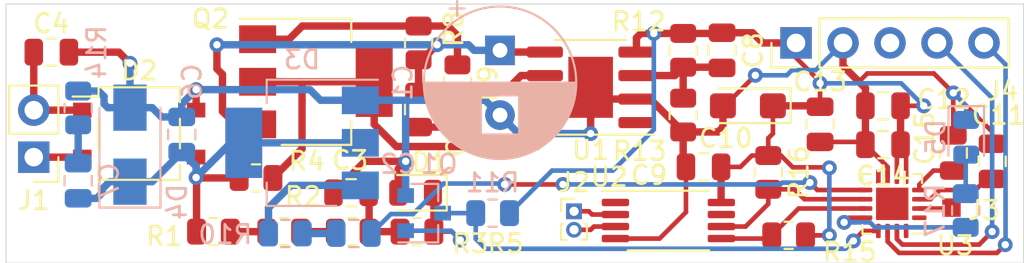
<source format=kicad_pcb>
(kicad_pcb (version 20171130) (host pcbnew "(5.1.10)-1")

  (general
    (thickness 1.6)
    (drawings 4)
    (tracks 280)
    (zones 0)
    (modules 44)
    (nets 40)
  )

  (page A4)
  (layers
    (0 F.Cu signal)
    (31 B.Cu signal)
    (32 B.Adhes user hide)
    (33 F.Adhes user hide)
    (34 B.Paste user hide)
    (35 F.Paste user hide)
    (36 B.SilkS user)
    (37 F.SilkS user hide)
    (38 B.Mask user hide)
    (39 F.Mask user hide)
    (40 Dwgs.User user hide)
    (41 Cmts.User user hide)
    (42 Eco1.User user hide)
    (43 Eco2.User user hide)
    (44 Edge.Cuts user)
    (45 Margin user hide)
    (46 B.CrtYd user)
    (47 F.CrtYd user)
    (48 B.Fab user hide)
    (49 F.Fab user hide)
  )

  (setup
    (last_trace_width 0.25)
    (user_trace_width 0.3)
    (user_trace_width 0.4)
    (user_trace_width 0.5)
    (trace_clearance 0.2)
    (zone_clearance 0.508)
    (zone_45_only no)
    (trace_min 0.2)
    (via_size 0.8)
    (via_drill 0.4)
    (via_min_size 0.4)
    (via_min_drill 0.3)
    (uvia_size 0.3)
    (uvia_drill 0.1)
    (uvias_allowed no)
    (uvia_min_size 0.2)
    (uvia_min_drill 0.1)
    (edge_width 0.05)
    (segment_width 0.2)
    (pcb_text_width 0.3)
    (pcb_text_size 1.5 1.5)
    (mod_edge_width 0.12)
    (mod_text_size 1 1)
    (mod_text_width 0.15)
    (pad_size 1.524 1.524)
    (pad_drill 0.762)
    (pad_to_mask_clearance 0)
    (aux_axis_origin 0 0)
    (visible_elements 7FFFFFFF)
    (pcbplotparams
      (layerselection 0x010fc_ffffffff)
      (usegerberextensions false)
      (usegerberattributes true)
      (usegerberadvancedattributes true)
      (creategerberjobfile true)
      (excludeedgelayer true)
      (linewidth 0.100000)
      (plotframeref false)
      (viasonmask false)
      (mode 1)
      (useauxorigin false)
      (hpglpennumber 1)
      (hpglpenspeed 20)
      (hpglpendiameter 15.000000)
      (psnegative false)
      (psa4output false)
      (plotreference true)
      (plotvalue true)
      (plotinvisibletext false)
      (padsonsilk false)
      (subtractmaskfromsilk false)
      (outputformat 1)
      (mirror false)
      (drillshape 1)
      (scaleselection 1)
      (outputdirectory ""))
  )

  (net 0 "")
  (net 1 "Net-(C2-Pad1)")
  (net 2 TriacControl)
  (net 3 GND)
  (net 4 "Net-(C3-Pad1)")
  (net 5 "Net-(C12-Pad1)")
  (net 6 +5V)
  (net 7 "Net-(D1-Pad1)")
  (net 8 +VSW)
  (net 9 "Net-(D3-Pad3)")
  (net 10 ZeroCrossing)
  (net 11 "Net-(R1-Pad1)")
  (net 12 "Net-(R2-Pad1)")
  (net 13 "Net-(C1-Pad1)")
  (net 14 "Net-(C5-Pad1)")
  (net 15 "Net-(C8-Pad2)")
  (net 16 "Net-(C7-Pad2)")
  (net 17 SDA)
  (net 18 SCL)
  (net 19 "Net-(D5-Pad2)")
  (net 20 "Net-(R17-Pad2)")
  (net 21 "Net-(U1-Pad7)")
  (net 22 "Net-(U1-Pad1)")
  (net 23 "Net-(U3-Pad17)")
  (net 24 "Net-(U3-Pad16)")
  (net 25 SWD_CLK)
  (net 26 SWD_IO)
  (net 27 "Net-(U3-Pad8)")
  (net 28 "Net-(C11-Pad1)")
  (net 29 "Net-(J3-Pad1)")
  (net 30 "Net-(U3-Pad1)")
  (net 31 "Net-(C4-Pad2)")
  (net 32 "Net-(D2-Pad2)")
  (net 33 "Net-(J2-Pad2)")
  (net 34 "Net-(J2-Pad1)")
  (net 35 "Net-(J4-Pad3)")
  (net 36 "Net-(Q2-Pad1)")
  (net 37 "Net-(Q2-Pad2)")
  (net 38 "Net-(U2-Pad7)")
  (net 39 "Net-(U2-Pad1)")

  (net_class Default "This is the default net class."
    (clearance 0.2)
    (trace_width 0.25)
    (via_dia 0.8)
    (via_drill 0.4)
    (uvia_dia 0.3)
    (uvia_drill 0.1)
    (add_net +5V)
    (add_net +VSW)
    (add_net GND)
    (add_net "Net-(C1-Pad1)")
    (add_net "Net-(C11-Pad1)")
    (add_net "Net-(C12-Pad1)")
    (add_net "Net-(C2-Pad1)")
    (add_net "Net-(C3-Pad1)")
    (add_net "Net-(C4-Pad2)")
    (add_net "Net-(C5-Pad1)")
    (add_net "Net-(C7-Pad2)")
    (add_net "Net-(C8-Pad2)")
    (add_net "Net-(D1-Pad1)")
    (add_net "Net-(D2-Pad2)")
    (add_net "Net-(D3-Pad3)")
    (add_net "Net-(D5-Pad2)")
    (add_net "Net-(J2-Pad1)")
    (add_net "Net-(J2-Pad2)")
    (add_net "Net-(J3-Pad1)")
    (add_net "Net-(J4-Pad3)")
    (add_net "Net-(Q2-Pad1)")
    (add_net "Net-(Q2-Pad2)")
    (add_net "Net-(R1-Pad1)")
    (add_net "Net-(R17-Pad2)")
    (add_net "Net-(R2-Pad1)")
    (add_net "Net-(U1-Pad1)")
    (add_net "Net-(U1-Pad7)")
    (add_net "Net-(U2-Pad1)")
    (add_net "Net-(U2-Pad7)")
    (add_net "Net-(U3-Pad1)")
    (add_net "Net-(U3-Pad16)")
    (add_net "Net-(U3-Pad17)")
    (add_net "Net-(U3-Pad8)")
    (add_net SCL)
    (add_net SDA)
    (add_net SWD_CLK)
    (add_net SWD_IO)
    (add_net TriacControl)
    (add_net ZeroCrossing)
  )

  (module Package_SO:TSSOP-8_4.4x3mm_P0.65mm (layer F.Cu) (tedit 5E476F32) (tstamp 6105A41F)
    (at 155.8 97.7)
    (descr "TSSOP, 8 Pin (JEDEC MO-153 Var AA https://www.jedec.org/document_search?search_api_views_fulltext=MO-153), generated with kicad-footprint-generator ipc_gullwing_generator.py")
    (tags "TSSOP SO")
    (path /60F48809)
    (attr smd)
    (fp_text reference U2 (at -3.2 -2.35) (layer F.SilkS)
      (effects (font (size 1 1) (thickness 0.15)))
    )
    (fp_text value M24SR02-Y (at 0 2.45) (layer F.Fab)
      (effects (font (size 1 1) (thickness 0.15)))
    )
    (fp_text user %R (at 0 0) (layer F.Fab)
      (effects (font (size 1 1) (thickness 0.15)))
    )
    (fp_line (start 0 1.61) (end 2.2 1.61) (layer F.SilkS) (width 0.12))
    (fp_line (start 0 1.61) (end -2.2 1.61) (layer F.SilkS) (width 0.12))
    (fp_line (start 0 -1.61) (end 2.2 -1.61) (layer F.SilkS) (width 0.12))
    (fp_line (start 0 -1.61) (end -3.6 -1.61) (layer F.SilkS) (width 0.12))
    (fp_line (start -1.45 -1.5) (end 2.2 -1.5) (layer F.Fab) (width 0.1))
    (fp_line (start 2.2 -1.5) (end 2.2 1.5) (layer F.Fab) (width 0.1))
    (fp_line (start 2.2 1.5) (end -2.2 1.5) (layer F.Fab) (width 0.1))
    (fp_line (start -2.2 1.5) (end -2.2 -0.75) (layer F.Fab) (width 0.1))
    (fp_line (start -2.2 -0.75) (end -1.45 -1.5) (layer F.Fab) (width 0.1))
    (fp_line (start -3.85 -1.75) (end -3.85 1.75) (layer F.CrtYd) (width 0.05))
    (fp_line (start -3.85 1.75) (end 3.85 1.75) (layer F.CrtYd) (width 0.05))
    (fp_line (start 3.85 1.75) (end 3.85 -1.75) (layer F.CrtYd) (width 0.05))
    (fp_line (start 3.85 -1.75) (end -3.85 -1.75) (layer F.CrtYd) (width 0.05))
    (pad 8 smd roundrect (at 2.8625 -0.975) (size 1.475 0.4) (layers F.Cu F.Paste F.Mask) (roundrect_rratio 0.25)
      (net 6 +5V))
    (pad 7 smd roundrect (at 2.8625 -0.325) (size 1.475 0.4) (layers F.Cu F.Paste F.Mask) (roundrect_rratio 0.25)
      (net 38 "Net-(U2-Pad7)"))
    (pad 6 smd roundrect (at 2.8625 0.325) (size 1.475 0.4) (layers F.Cu F.Paste F.Mask) (roundrect_rratio 0.25)
      (net 18 SCL))
    (pad 5 smd roundrect (at 2.8625 0.975) (size 1.475 0.4) (layers F.Cu F.Paste F.Mask) (roundrect_rratio 0.25)
      (net 17 SDA))
    (pad 4 smd roundrect (at -2.8625 0.975) (size 1.475 0.4) (layers F.Cu F.Paste F.Mask) (roundrect_rratio 0.25)
      (net 3 GND))
    (pad 3 smd roundrect (at -2.8625 0.325) (size 1.475 0.4) (layers F.Cu F.Paste F.Mask) (roundrect_rratio 0.25)
      (net 33 "Net-(J2-Pad2)"))
    (pad 2 smd roundrect (at -2.8625 -0.325) (size 1.475 0.4) (layers F.Cu F.Paste F.Mask) (roundrect_rratio 0.25)
      (net 34 "Net-(J2-Pad1)"))
    (pad 1 smd roundrect (at -2.8625 -0.975) (size 1.475 0.4) (layers F.Cu F.Paste F.Mask) (roundrect_rratio 0.25)
      (net 39 "Net-(U2-Pad1)"))
    (model ${KISYS3DMOD}/Package_SO.3dshapes/TSSOP-8_4.4x3mm_P0.65mm.wrl
      (at (xyz 0 0 0))
      (scale (xyz 1 1 1))
      (rotate (xyz 0 0 0))
    )
  )

  (module Package_TO_SOT_SMD:SOT-223-3_TabPin2 (layer F.Cu) (tedit 5A02FF57) (tstamp 6105A1E9)
    (at 136.75 90.2)
    (descr "module CMS SOT223 4 pins")
    (tags "CMS SOT")
    (path /610A783E)
    (attr smd)
    (fp_text reference Q2 (at -5.7 -3.4) (layer F.SilkS)
      (effects (font (size 1 1) (thickness 0.15)))
    )
    (fp_text value BF722 (at 0 4.5) (layer F.Fab)
      (effects (font (size 1 1) (thickness 0.15)))
    )
    (fp_text user %R (at 0 0 90) (layer F.Fab)
      (effects (font (size 0.8 0.8) (thickness 0.12)))
    )
    (fp_line (start 1.91 3.41) (end 1.91 2.15) (layer F.SilkS) (width 0.12))
    (fp_line (start 1.91 -3.41) (end 1.91 -2.15) (layer F.SilkS) (width 0.12))
    (fp_line (start 4.4 -3.6) (end -4.4 -3.6) (layer F.CrtYd) (width 0.05))
    (fp_line (start 4.4 3.6) (end 4.4 -3.6) (layer F.CrtYd) (width 0.05))
    (fp_line (start -4.4 3.6) (end 4.4 3.6) (layer F.CrtYd) (width 0.05))
    (fp_line (start -4.4 -3.6) (end -4.4 3.6) (layer F.CrtYd) (width 0.05))
    (fp_line (start -1.85 -2.35) (end -0.85 -3.35) (layer F.Fab) (width 0.1))
    (fp_line (start -1.85 -2.35) (end -1.85 3.35) (layer F.Fab) (width 0.1))
    (fp_line (start -1.85 3.41) (end 1.91 3.41) (layer F.SilkS) (width 0.12))
    (fp_line (start -0.85 -3.35) (end 1.85 -3.35) (layer F.Fab) (width 0.1))
    (fp_line (start -4.1 -3.41) (end 1.91 -3.41) (layer F.SilkS) (width 0.12))
    (fp_line (start -1.85 3.35) (end 1.85 3.35) (layer F.Fab) (width 0.1))
    (fp_line (start 1.85 -3.35) (end 1.85 3.35) (layer F.Fab) (width 0.1))
    (pad 1 smd rect (at -3.15 -2.3) (size 2 1.5) (layers F.Cu F.Paste F.Mask)
      (net 36 "Net-(Q2-Pad1)"))
    (pad 3 smd rect (at -3.15 2.3) (size 2 1.5) (layers F.Cu F.Paste F.Mask)
      (net 13 "Net-(C1-Pad1)"))
    (pad 2 smd rect (at -3.15 0) (size 2 1.5) (layers F.Cu F.Paste F.Mask)
      (net 37 "Net-(Q2-Pad2)"))
    (pad 2 smd rect (at 3.15 0) (size 2 3.8) (layers F.Cu F.Paste F.Mask)
      (net 37 "Net-(Q2-Pad2)"))
    (model ${KISYS3DMOD}/Package_TO_SOT_SMD.3dshapes/SOT-223.wrl
      (at (xyz 0 0 0))
      (scale (xyz 1 1 1))
      (rotate (xyz 0 0 0))
    )
  )

  (module Package_TO_SOT_SMD:SOT-23 (layer B.Cu) (tedit 5A02FF57) (tstamp 6105A1D3)
    (at 142.6 97.3)
    (descr "SOT-23, Standard")
    (tags SOT-23)
    (path /610B3813)
    (attr smd)
    (fp_text reference Q1 (at 0.8 -2.65) (layer B.SilkS)
      (effects (font (size 1 1) (thickness 0.15)) (justify mirror))
    )
    (fp_text value BC850 (at 0 -2.5) (layer B.Fab)
      (effects (font (size 1 1) (thickness 0.15)) (justify mirror))
    )
    (fp_text user %R (at 0 0 -90) (layer B.Fab)
      (effects (font (size 0.5 0.5) (thickness 0.075)) (justify mirror))
    )
    (fp_line (start -0.7 0.95) (end -0.7 -1.5) (layer B.Fab) (width 0.1))
    (fp_line (start -0.15 1.52) (end 0.7 1.52) (layer B.Fab) (width 0.1))
    (fp_line (start -0.7 0.95) (end -0.15 1.52) (layer B.Fab) (width 0.1))
    (fp_line (start 0.7 1.52) (end 0.7 -1.52) (layer B.Fab) (width 0.1))
    (fp_line (start -0.7 -1.52) (end 0.7 -1.52) (layer B.Fab) (width 0.1))
    (fp_line (start 0.76 -1.58) (end 0.76 -0.65) (layer B.SilkS) (width 0.12))
    (fp_line (start 0.76 1.58) (end 0.76 0.65) (layer B.SilkS) (width 0.12))
    (fp_line (start -1.7 1.75) (end 1.7 1.75) (layer B.CrtYd) (width 0.05))
    (fp_line (start 1.7 1.75) (end 1.7 -1.75) (layer B.CrtYd) (width 0.05))
    (fp_line (start 1.7 -1.75) (end -1.7 -1.75) (layer B.CrtYd) (width 0.05))
    (fp_line (start -1.7 -1.75) (end -1.7 1.75) (layer B.CrtYd) (width 0.05))
    (fp_line (start 0.76 1.58) (end -1.4 1.58) (layer B.SilkS) (width 0.12))
    (fp_line (start 0.76 -1.58) (end -0.7 -1.58) (layer B.SilkS) (width 0.12))
    (pad 3 smd rect (at 1 0) (size 0.9 0.8) (layers B.Cu B.Paste B.Mask)
      (net 10 ZeroCrossing))
    (pad 2 smd rect (at -1 -0.95) (size 0.9 0.8) (layers B.Cu B.Paste B.Mask)
      (net 3 GND))
    (pad 1 smd rect (at -1 0.95) (size 0.9 0.8) (layers B.Cu B.Paste B.Mask)
      (net 7 "Net-(D1-Pad1)"))
    (model ${KISYS3DMOD}/Package_TO_SOT_SMD.3dshapes/SOT-23.wrl
      (at (xyz 0 0 0))
      (scale (xyz 1 1 1))
      (rotate (xyz 0 0 0))
    )
  )

  (module Connector_PinHeader_2.54mm:PinHeader_1x05_P2.54mm_Vertical (layer F.Cu) (tedit 59FED5CC) (tstamp 6105A1BE)
    (at 162.7 88.1 90)
    (descr "Through hole straight pin header, 1x05, 2.54mm pitch, single row")
    (tags "Through hole pin header THT 1x05 2.54mm single row")
    (path /60FE3401)
    (fp_text reference J4 (at -2.6 11.15 180) (layer F.SilkS)
      (effects (font (size 1 1) (thickness 0.15)))
    )
    (fp_text value "Prog. Conn" (at 0 12.49 90) (layer F.Fab)
      (effects (font (size 1 1) (thickness 0.15)))
    )
    (fp_text user %R (at 0 5.08) (layer F.Fab)
      (effects (font (size 1 1) (thickness 0.15)))
    )
    (fp_line (start -0.635 -1.27) (end 1.27 -1.27) (layer F.Fab) (width 0.1))
    (fp_line (start 1.27 -1.27) (end 1.27 11.43) (layer F.Fab) (width 0.1))
    (fp_line (start 1.27 11.43) (end -1.27 11.43) (layer F.Fab) (width 0.1))
    (fp_line (start -1.27 11.43) (end -1.27 -0.635) (layer F.Fab) (width 0.1))
    (fp_line (start -1.27 -0.635) (end -0.635 -1.27) (layer F.Fab) (width 0.1))
    (fp_line (start -1.33 11.49) (end 1.33 11.49) (layer F.SilkS) (width 0.12))
    (fp_line (start -1.33 1.27) (end -1.33 11.49) (layer F.SilkS) (width 0.12))
    (fp_line (start 1.33 1.27) (end 1.33 11.49) (layer F.SilkS) (width 0.12))
    (fp_line (start -1.33 1.27) (end 1.33 1.27) (layer F.SilkS) (width 0.12))
    (fp_line (start -1.33 0) (end -1.33 -1.33) (layer F.SilkS) (width 0.12))
    (fp_line (start -1.33 -1.33) (end 0 -1.33) (layer F.SilkS) (width 0.12))
    (fp_line (start -1.8 -1.8) (end -1.8 11.95) (layer F.CrtYd) (width 0.05))
    (fp_line (start -1.8 11.95) (end 1.8 11.95) (layer F.CrtYd) (width 0.05))
    (fp_line (start 1.8 11.95) (end 1.8 -1.8) (layer F.CrtYd) (width 0.05))
    (fp_line (start 1.8 -1.8) (end -1.8 -1.8) (layer F.CrtYd) (width 0.05))
    (pad 5 thru_hole oval (at 0 10.16 90) (size 1.7 1.7) (drill 1) (layers *.Cu *.Mask)
      (net 26 SWD_IO))
    (pad 4 thru_hole oval (at 0 7.62 90) (size 1.7 1.7) (drill 1) (layers *.Cu *.Mask)
      (net 25 SWD_CLK))
    (pad 3 thru_hole oval (at 0 5.08 90) (size 1.7 1.7) (drill 1) (layers *.Cu *.Mask)
      (net 35 "Net-(J4-Pad3)"))
    (pad 2 thru_hole oval (at 0 2.54 90) (size 1.7 1.7) (drill 1) (layers *.Cu *.Mask)
      (net 3 GND))
    (pad 1 thru_hole rect (at 0 0 90) (size 1.7 1.7) (drill 1) (layers *.Cu *.Mask)
      (net 6 +5V))
    (model ${KISYS3DMOD}/Connector_PinHeader_2.54mm.3dshapes/PinHeader_1x05_P2.54mm_Vertical.wrl
      (at (xyz 0 0 0))
      (scale (xyz 1 1 1))
      (rotate (xyz 0 0 0))
    )
  )

  (module Connector_Custom:Prox_sens (layer F.Cu) (tedit 6105879D) (tstamp 6105A1A5)
    (at 171.1 97)
    (path /60FBE10E)
    (fp_text reference J3 (at 1.75 0.15) (layer F.SilkS)
      (effects (font (size 1 1) (thickness 0.15)))
    )
    (fp_text value ProximitySens (at 0.0254 -2.3542) (layer F.Fab)
      (effects (font (size 1 1) (thickness 0.15)))
    )
    (pad 1 smd rect (at 0 0) (size 1 1) (layers F.Cu F.Paste F.Mask)
      (net 29 "Net-(J3-Pad1)"))
  )

  (module Connector_PinHeader_1.00mm:PinHeader_1x02_P1.00mm_Vertical (layer F.Cu) (tedit 59FED738) (tstamp 6105A1A0)
    (at 150.7 97.2)
    (descr "Through hole straight pin header, 1x02, 1.00mm pitch, single row")
    (tags "Through hole pin header THT 1x02 1.00mm single row")
    (path /60F4978A)
    (fp_text reference J2 (at 0 -1.56) (layer F.SilkS)
      (effects (font (size 1 1) (thickness 0.15)))
    )
    (fp_text value NFC_Coil (at 0 2.56) (layer F.Fab)
      (effects (font (size 1 1) (thickness 0.15)))
    )
    (fp_text user %R (at 0 0.5 90) (layer F.Fab)
      (effects (font (size 0.76 0.76) (thickness 0.114)))
    )
    (fp_line (start -0.3175 -0.5) (end 0.635 -0.5) (layer F.Fab) (width 0.1))
    (fp_line (start 0.635 -0.5) (end 0.635 1.5) (layer F.Fab) (width 0.1))
    (fp_line (start 0.635 1.5) (end -0.635 1.5) (layer F.Fab) (width 0.1))
    (fp_line (start -0.635 1.5) (end -0.635 -0.1825) (layer F.Fab) (width 0.1))
    (fp_line (start -0.635 -0.1825) (end -0.3175 -0.5) (layer F.Fab) (width 0.1))
    (fp_line (start -0.695 1.56) (end -0.394493 1.56) (layer F.SilkS) (width 0.12))
    (fp_line (start 0.394493 1.56) (end 0.695 1.56) (layer F.SilkS) (width 0.12))
    (fp_line (start -0.695 0.685) (end -0.695 1.56) (layer F.SilkS) (width 0.12))
    (fp_line (start 0.695 0.685) (end 0.695 1.56) (layer F.SilkS) (width 0.12))
    (fp_line (start -0.695 0.685) (end -0.608276 0.685) (layer F.SilkS) (width 0.12))
    (fp_line (start 0.608276 0.685) (end 0.695 0.685) (layer F.SilkS) (width 0.12))
    (fp_line (start -0.695 0) (end -0.695 -0.685) (layer F.SilkS) (width 0.12))
    (fp_line (start -0.695 -0.685) (end 0 -0.685) (layer F.SilkS) (width 0.12))
    (fp_line (start -1.15 -1) (end -1.15 2) (layer F.CrtYd) (width 0.05))
    (fp_line (start -1.15 2) (end 1.15 2) (layer F.CrtYd) (width 0.05))
    (fp_line (start 1.15 2) (end 1.15 -1) (layer F.CrtYd) (width 0.05))
    (fp_line (start 1.15 -1) (end -1.15 -1) (layer F.CrtYd) (width 0.05))
    (pad 2 thru_hole oval (at 0 1) (size 0.85 0.85) (drill 0.5) (layers *.Cu *.Mask)
      (net 33 "Net-(J2-Pad2)"))
    (pad 1 thru_hole rect (at 0 0) (size 0.85 0.85) (drill 0.5) (layers *.Cu *.Mask)
      (net 34 "Net-(J2-Pad1)"))
    (model ${KISYS3DMOD}/Connector_PinHeader_1.00mm.3dshapes/PinHeader_1x02_P1.00mm_Vertical.wrl
      (at (xyz 0 0 0))
      (scale (xyz 1 1 1))
      (rotate (xyz 0 0 0))
    )
  )

  (module Connector_PinHeader_2.54mm:PinHeader_1x02_P2.54mm_Vertical (layer F.Cu) (tedit 59FED5CC) (tstamp 6105C80C)
    (at 121.5 94.275 180)
    (descr "Through hole straight pin header, 1x02, 2.54mm pitch, single row")
    (tags "Through hole pin header THT 1x02 2.54mm single row")
    (path /60F2C842)
    (fp_text reference J1 (at 0 -2.33) (layer F.SilkS)
      (effects (font (size 1 1) (thickness 0.15)))
    )
    (fp_text value AC_in (at 0 4.87) (layer F.Fab)
      (effects (font (size 1 1) (thickness 0.15)))
    )
    (fp_text user %R (at 0 1.27 90) (layer F.Fab)
      (effects (font (size 1 1) (thickness 0.15)))
    )
    (fp_line (start -0.635 -1.27) (end 1.27 -1.27) (layer F.Fab) (width 0.1))
    (fp_line (start 1.27 -1.27) (end 1.27 3.81) (layer F.Fab) (width 0.1))
    (fp_line (start 1.27 3.81) (end -1.27 3.81) (layer F.Fab) (width 0.1))
    (fp_line (start -1.27 3.81) (end -1.27 -0.635) (layer F.Fab) (width 0.1))
    (fp_line (start -1.27 -0.635) (end -0.635 -1.27) (layer F.Fab) (width 0.1))
    (fp_line (start -1.33 3.87) (end 1.33 3.87) (layer F.SilkS) (width 0.12))
    (fp_line (start -1.33 1.27) (end -1.33 3.87) (layer F.SilkS) (width 0.12))
    (fp_line (start 1.33 1.27) (end 1.33 3.87) (layer F.SilkS) (width 0.12))
    (fp_line (start -1.33 1.27) (end 1.33 1.27) (layer F.SilkS) (width 0.12))
    (fp_line (start -1.33 0) (end -1.33 -1.33) (layer F.SilkS) (width 0.12))
    (fp_line (start -1.33 -1.33) (end 0 -1.33) (layer F.SilkS) (width 0.12))
    (fp_line (start -1.8 -1.8) (end -1.8 4.35) (layer F.CrtYd) (width 0.05))
    (fp_line (start -1.8 4.35) (end 1.8 4.35) (layer F.CrtYd) (width 0.05))
    (fp_line (start 1.8 4.35) (end 1.8 -1.8) (layer F.CrtYd) (width 0.05))
    (fp_line (start 1.8 -1.8) (end -1.8 -1.8) (layer F.CrtYd) (width 0.05))
    (pad 2 thru_hole oval (at 0 2.54 180) (size 1.7 1.7) (drill 1) (layers *.Cu *.Mask)
      (net 31 "Net-(C4-Pad2)"))
    (pad 1 thru_hole rect (at 0 0 180) (size 1.7 1.7) (drill 1) (layers *.Cu *.Mask)
      (net 32 "Net-(D2-Pad2)"))
    (model ${KISYS3DMOD}/Connector_PinHeader_2.54mm.3dshapes/PinHeader_1x02_P2.54mm_Vertical.wrl
      (at (xyz 0 0 0))
      (scale (xyz 1 1 1))
      (rotate (xyz 0 0 0))
    )
  )

  (module LED_SMD:LED_0805_2012Metric (layer B.Cu) (tedit 5F68FEF1) (tstamp 6105A172)
    (at 171.9 93.2 270)
    (descr "LED SMD 0805 (2012 Metric), square (rectangular) end terminal, IPC_7351 nominal, (Body size source: https://docs.google.com/spreadsheets/d/1BsfQQcO9C6DZCsRaXUlFlo91Tg2WpOkGARC1WS5S8t0/edit?usp=sharing), generated with kicad-footprint-generator")
    (tags LED)
    (path /60FD2236)
    (attr smd)
    (fp_text reference D5 (at 0 1.65 90) (layer B.SilkS)
      (effects (font (size 1 1) (thickness 0.15)) (justify mirror))
    )
    (fp_text value LED (at 0 -1.65 90) (layer B.Fab)
      (effects (font (size 1 1) (thickness 0.15)) (justify mirror))
    )
    (fp_text user %R (at 0 0 90) (layer B.Fab)
      (effects (font (size 0.5 0.5) (thickness 0.08)) (justify mirror))
    )
    (fp_line (start 1 0.6) (end -0.7 0.6) (layer B.Fab) (width 0.1))
    (fp_line (start -0.7 0.6) (end -1 0.3) (layer B.Fab) (width 0.1))
    (fp_line (start -1 0.3) (end -1 -0.6) (layer B.Fab) (width 0.1))
    (fp_line (start -1 -0.6) (end 1 -0.6) (layer B.Fab) (width 0.1))
    (fp_line (start 1 -0.6) (end 1 0.6) (layer B.Fab) (width 0.1))
    (fp_line (start 1 0.96) (end -1.685 0.96) (layer B.SilkS) (width 0.12))
    (fp_line (start -1.685 0.96) (end -1.685 -0.96) (layer B.SilkS) (width 0.12))
    (fp_line (start -1.685 -0.96) (end 1 -0.96) (layer B.SilkS) (width 0.12))
    (fp_line (start -1.68 -0.95) (end -1.68 0.95) (layer B.CrtYd) (width 0.05))
    (fp_line (start -1.68 0.95) (end 1.68 0.95) (layer B.CrtYd) (width 0.05))
    (fp_line (start 1.68 0.95) (end 1.68 -0.95) (layer B.CrtYd) (width 0.05))
    (fp_line (start 1.68 -0.95) (end -1.68 -0.95) (layer B.CrtYd) (width 0.05))
    (pad 2 smd roundrect (at 0.9375 0 270) (size 0.975 1.4) (layers B.Cu B.Paste B.Mask) (roundrect_rratio 0.25)
      (net 19 "Net-(D5-Pad2)"))
    (pad 1 smd roundrect (at -0.9375 0 270) (size 0.975 1.4) (layers B.Cu B.Paste B.Mask) (roundrect_rratio 0.25)
      (net 3 GND))
    (model ${KISYS3DMOD}/LED_SMD.3dshapes/LED_0805_2012Metric.wrl
      (at (xyz 0 0 0))
      (scale (xyz 1 1 1))
      (rotate (xyz 0 0 0))
    )
  )

  (module Diode_SMD:D_SMA (layer B.Cu) (tedit 586432E5) (tstamp 6105A15F)
    (at 126.7 93.6 90)
    (descr "Diode SMA (DO-214AC)")
    (tags "Diode SMA (DO-214AC)")
    (path /6112B7CF)
    (attr smd)
    (fp_text reference D4 (at -3.1 2.55 270) (layer B.SilkS)
      (effects (font (size 1 1) (thickness 0.15)) (justify mirror))
    )
    (fp_text value SMAJ400A (at 0 -2.6 270) (layer B.Fab)
      (effects (font (size 1 1) (thickness 0.15)) (justify mirror))
    )
    (fp_text user %R (at 0 2.5 270) (layer B.Fab)
      (effects (font (size 1 1) (thickness 0.15)) (justify mirror))
    )
    (fp_line (start -3.4 1.65) (end -3.4 -1.65) (layer B.SilkS) (width 0.12))
    (fp_line (start 2.3 -1.5) (end -2.3 -1.5) (layer B.Fab) (width 0.1))
    (fp_line (start -2.3 -1.5) (end -2.3 1.5) (layer B.Fab) (width 0.1))
    (fp_line (start 2.3 1.5) (end 2.3 -1.5) (layer B.Fab) (width 0.1))
    (fp_line (start 2.3 1.5) (end -2.3 1.5) (layer B.Fab) (width 0.1))
    (fp_line (start -3.5 1.75) (end 3.5 1.75) (layer B.CrtYd) (width 0.05))
    (fp_line (start 3.5 1.75) (end 3.5 -1.75) (layer B.CrtYd) (width 0.05))
    (fp_line (start 3.5 -1.75) (end -3.5 -1.75) (layer B.CrtYd) (width 0.05))
    (fp_line (start -3.5 -1.75) (end -3.5 1.75) (layer B.CrtYd) (width 0.05))
    (fp_line (start -0.64944 -0.00102) (end -1.55114 -0.00102) (layer B.Fab) (width 0.1))
    (fp_line (start 0.50118 -0.00102) (end 1.4994 -0.00102) (layer B.Fab) (width 0.1))
    (fp_line (start -0.64944 0.79908) (end -0.64944 -0.80112) (layer B.Fab) (width 0.1))
    (fp_line (start 0.50118 -0.75032) (end 0.50118 0.79908) (layer B.Fab) (width 0.1))
    (fp_line (start -0.64944 -0.00102) (end 0.50118 -0.75032) (layer B.Fab) (width 0.1))
    (fp_line (start -0.64944 -0.00102) (end 0.50118 0.79908) (layer B.Fab) (width 0.1))
    (fp_line (start -3.4 -1.65) (end 2 -1.65) (layer B.SilkS) (width 0.12))
    (fp_line (start -3.4 1.65) (end 2 1.65) (layer B.SilkS) (width 0.12))
    (pad 2 smd rect (at 2 0 90) (size 2.5 1.8) (layers B.Cu B.Paste B.Mask)
      (net 3 GND))
    (pad 1 smd rect (at -2 0 90) (size 2.5 1.8) (layers B.Cu B.Paste B.Mask)
      (net 8 +VSW))
    (model ${KISYS3DMOD}/Diode_SMD.3dshapes/D_SMA.wrl
      (at (xyz 0 0 0))
      (scale (xyz 1 1 1))
      (rotate (xyz 0 0 0))
    )
  )

  (module Package_TO_SOT_SMD:TO-269AA (layer F.Cu) (tedit 5A4F6848) (tstamp 6105A11D)
    (at 127.2 93)
    (descr "SMD package TO-269AA (e.g. diode bridge), see http://www.vishay.com/docs/88854/padlayouts.pdf")
    (tags "TO-269AA MBS diode bridge")
    (path /6108B67B)
    (attr smd)
    (fp_text reference D2 (at 0 -3.4) (layer F.SilkS)
      (effects (font (size 1 1) (thickness 0.15)))
    )
    (fp_text value MB6S (at 0 3.5) (layer F.Fab)
      (effects (font (size 1 1) (thickness 0.15)))
    )
    (fp_text user %R (at 0 -0.065) (layer F.Fab)
      (effects (font (size 1 1) (thickness 0.15)))
    )
    (fp_line (start -2.2 -2.5) (end -2.2 -2) (layer F.SilkS) (width 0.12))
    (fp_line (start -2.2 -2) (end -3.6 -2) (layer F.SilkS) (width 0.12))
    (fp_line (start 2.2 -0.8) (end 2.2 0.8) (layer F.SilkS) (width 0.12))
    (fp_line (start -2.2 -0.8) (end -2.2 0.8) (layer F.SilkS) (width 0.12))
    (fp_line (start 2.2 -1.7) (end 2.2 -2.5) (layer F.SilkS) (width 0.12))
    (fp_line (start 2.2 -2.5) (end -2.2 -2.5) (layer F.SilkS) (width 0.12))
    (fp_line (start 2.2 1.7) (end 2.2 2.5) (layer F.SilkS) (width 0.12))
    (fp_line (start 2.2 2.5) (end -2.2 2.5) (layer F.SilkS) (width 0.12))
    (fp_line (start -2.2 2.5) (end -2.2 1.7) (layer F.SilkS) (width 0.12))
    (fp_line (start 2.05 -2.4) (end 2.05 2.4) (layer F.Fab) (width 0.12))
    (fp_line (start 2.05 2.4) (end -2.05 2.4) (layer F.Fab) (width 0.12))
    (fp_line (start -2.05 2.4) (end -2.05 -1.7) (layer F.Fab) (width 0.12))
    (fp_line (start -2.05 -1.7) (end -1.35 -2.4) (layer F.Fab) (width 0.12))
    (fp_line (start -1.35 -2.4) (end 2.05 -2.4) (layer F.Fab) (width 0.12))
    (fp_line (start -3.82 -2.65) (end 3.83 -2.65) (layer F.CrtYd) (width 0.05))
    (fp_line (start -3.82 -2.65) (end -3.82 2.65) (layer F.CrtYd) (width 0.05))
    (fp_line (start 3.83 2.65) (end 3.83 -2.65) (layer F.CrtYd) (width 0.05))
    (fp_line (start 3.83 2.65) (end -3.82 2.65) (layer F.CrtYd) (width 0.05))
    (pad 4 smd rect (at 3.075 -1.27) (size 1 0.8) (layers F.Cu F.Paste F.Mask)
      (net 3 GND))
    (pad 3 smd rect (at 3.075 1.27) (size 1 0.8) (layers F.Cu F.Paste F.Mask)
      (net 8 +VSW))
    (pad 2 smd rect (at -3.075 1.27) (size 1 0.8) (layers F.Cu F.Paste F.Mask)
      (net 32 "Net-(D2-Pad2)"))
    (pad 1 smd rect (at -3.075 -1.27) (size 1 0.8) (layers F.Cu F.Paste F.Mask)
      (net 31 "Net-(C4-Pad2)"))
    (model ${KISYS3DMOD}/Package_TO_SOT_SMD.3dshapes/TO-269AA.wrl
      (at (xyz 0 0 0))
      (scale (xyz 1 1 1))
      (rotate (xyz 0 0 0))
    )
  )

  (module Capacitor_SMD:C_0805_2012Metric (layer F.Cu) (tedit 5F68FEEE) (tstamp 6105A05E)
    (at 173.3 94.5 90)
    (descr "Capacitor SMD 0805 (2012 Metric), square (rectangular) end terminal, IPC_7351 nominal, (Body size source: IPC-SM-782 page 76, https://www.pcb-3d.com/wordpress/wp-content/uploads/ipc-sm-782a_amendment_1_and_2.pdf, https://docs.google.com/spreadsheets/d/1BsfQQcO9C6DZCsRaXUlFlo91Tg2WpOkGARC1WS5S8t0/edit?usp=sharing), generated with kicad-footprint-generator")
    (tags capacitor)
    (path /60FBF240)
    (attr smd)
    (fp_text reference C11 (at 2.5 0.35 180) (layer F.SilkS)
      (effects (font (size 1 1) (thickness 0.15)))
    )
    (fp_text value 2.2n (at 0 1.68 90) (layer F.Fab)
      (effects (font (size 1 1) (thickness 0.15)))
    )
    (fp_text user %R (at 0 0 90) (layer F.Fab)
      (effects (font (size 0.5 0.5) (thickness 0.08)))
    )
    (fp_line (start -1 0.625) (end -1 -0.625) (layer F.Fab) (width 0.1))
    (fp_line (start -1 -0.625) (end 1 -0.625) (layer F.Fab) (width 0.1))
    (fp_line (start 1 -0.625) (end 1 0.625) (layer F.Fab) (width 0.1))
    (fp_line (start 1 0.625) (end -1 0.625) (layer F.Fab) (width 0.1))
    (fp_line (start -0.261252 -0.735) (end 0.261252 -0.735) (layer F.SilkS) (width 0.12))
    (fp_line (start -0.261252 0.735) (end 0.261252 0.735) (layer F.SilkS) (width 0.12))
    (fp_line (start -1.7 0.98) (end -1.7 -0.98) (layer F.CrtYd) (width 0.05))
    (fp_line (start -1.7 -0.98) (end 1.7 -0.98) (layer F.CrtYd) (width 0.05))
    (fp_line (start 1.7 -0.98) (end 1.7 0.98) (layer F.CrtYd) (width 0.05))
    (fp_line (start 1.7 0.98) (end -1.7 0.98) (layer F.CrtYd) (width 0.05))
    (pad 2 smd roundrect (at 0.95 0 90) (size 1 1.45) (layers F.Cu F.Paste F.Mask) (roundrect_rratio 0.25)
      (net 3 GND))
    (pad 1 smd roundrect (at -0.95 0 90) (size 1 1.45) (layers F.Cu F.Paste F.Mask) (roundrect_rratio 0.25)
      (net 28 "Net-(C11-Pad1)"))
    (model ${KISYS3DMOD}/Capacitor_SMD.3dshapes/C_0805_2012Metric.wrl
      (at (xyz 0 0 0))
      (scale (xyz 1 1 1))
      (rotate (xyz 0 0 0))
    )
  )

  (module Capacitor_Tantalum_SMD:CP_EIA-3216-18_Kemet-A (layer F.Cu) (tedit 5EBA9318) (tstamp 6105A04D)
    (at 160.1 91.5 180)
    (descr "Tantalum Capacitor SMD Kemet-A (3216-18 Metric), IPC_7351 nominal, (Body size from: http://www.kemet.com/Lists/ProductCatalog/Attachments/253/KEM_TC101_STD.pdf), generated with kicad-footprint-generator")
    (tags "capacitor tantalum")
    (path /60F6D8C6)
    (attr smd)
    (fp_text reference C10 (at 1.2 -1.75) (layer F.SilkS)
      (effects (font (size 1 1) (thickness 0.15)))
    )
    (fp_text value 4.7u (at 0 1.75) (layer F.Fab)
      (effects (font (size 1 1) (thickness 0.15)))
    )
    (fp_text user %R (at 0 0) (layer F.Fab)
      (effects (font (size 0.8 0.8) (thickness 0.12)))
    )
    (fp_line (start 1.6 -0.8) (end -1.2 -0.8) (layer F.Fab) (width 0.1))
    (fp_line (start -1.2 -0.8) (end -1.6 -0.4) (layer F.Fab) (width 0.1))
    (fp_line (start -1.6 -0.4) (end -1.6 0.8) (layer F.Fab) (width 0.1))
    (fp_line (start -1.6 0.8) (end 1.6 0.8) (layer F.Fab) (width 0.1))
    (fp_line (start 1.6 0.8) (end 1.6 -0.8) (layer F.Fab) (width 0.1))
    (fp_line (start 1.6 -0.935) (end -2.31 -0.935) (layer F.SilkS) (width 0.12))
    (fp_line (start -2.31 -0.935) (end -2.31 0.935) (layer F.SilkS) (width 0.12))
    (fp_line (start -2.31 0.935) (end 1.6 0.935) (layer F.SilkS) (width 0.12))
    (fp_line (start -2.3 1.05) (end -2.3 -1.05) (layer F.CrtYd) (width 0.05))
    (fp_line (start -2.3 -1.05) (end 2.3 -1.05) (layer F.CrtYd) (width 0.05))
    (fp_line (start 2.3 -1.05) (end 2.3 1.05) (layer F.CrtYd) (width 0.05))
    (fp_line (start 2.3 1.05) (end -2.3 1.05) (layer F.CrtYd) (width 0.05))
    (pad 2 smd roundrect (at 1.35 0 180) (size 1.4 1.35) (layers F.Cu F.Paste F.Mask) (roundrect_rratio 0.185185)
      (net 3 GND))
    (pad 1 smd roundrect (at -1.35 0 180) (size 1.4 1.35) (layers F.Cu F.Paste F.Mask) (roundrect_rratio 0.185185)
      (net 6 +5V))
    (model ${KISYS3DMOD}/Capacitor_Tantalum_SMD.3dshapes/CP_EIA-3216-18_Kemet-A.wrl
      (at (xyz 0 0 0))
      (scale (xyz 1 1 1))
      (rotate (xyz 0 0 0))
    )
  )

  (module Capacitor_SMD:C_0805_2012Metric (layer F.Cu) (tedit 5F68FEEE) (tstamp 6105A03A)
    (at 157.7 94.8 180)
    (descr "Capacitor SMD 0805 (2012 Metric), square (rectangular) end terminal, IPC_7351 nominal, (Body size source: IPC-SM-782 page 76, https://www.pcb-3d.com/wordpress/wp-content/uploads/ipc-sm-782a_amendment_1_and_2.pdf, https://docs.google.com/spreadsheets/d/1BsfQQcO9C6DZCsRaXUlFlo91Tg2WpOkGARC1WS5S8t0/edit?usp=sharing), generated with kicad-footprint-generator")
    (tags capacitor)
    (path /60F6F7E7)
    (attr smd)
    (fp_text reference C9 (at 2.95 -0.45) (layer F.SilkS)
      (effects (font (size 1 1) (thickness 0.15)))
    )
    (fp_text value 100n (at 0 1.68) (layer F.Fab)
      (effects (font (size 1 1) (thickness 0.15)))
    )
    (fp_text user %R (at 0 0) (layer F.Fab)
      (effects (font (size 0.5 0.5) (thickness 0.08)))
    )
    (fp_line (start -1 0.625) (end -1 -0.625) (layer F.Fab) (width 0.1))
    (fp_line (start -1 -0.625) (end 1 -0.625) (layer F.Fab) (width 0.1))
    (fp_line (start 1 -0.625) (end 1 0.625) (layer F.Fab) (width 0.1))
    (fp_line (start 1 0.625) (end -1 0.625) (layer F.Fab) (width 0.1))
    (fp_line (start -0.261252 -0.735) (end 0.261252 -0.735) (layer F.SilkS) (width 0.12))
    (fp_line (start -0.261252 0.735) (end 0.261252 0.735) (layer F.SilkS) (width 0.12))
    (fp_line (start -1.7 0.98) (end -1.7 -0.98) (layer F.CrtYd) (width 0.05))
    (fp_line (start -1.7 -0.98) (end 1.7 -0.98) (layer F.CrtYd) (width 0.05))
    (fp_line (start 1.7 -0.98) (end 1.7 0.98) (layer F.CrtYd) (width 0.05))
    (fp_line (start 1.7 0.98) (end -1.7 0.98) (layer F.CrtYd) (width 0.05))
    (pad 2 smd roundrect (at 0.95 0 180) (size 1 1.45) (layers F.Cu F.Paste F.Mask) (roundrect_rratio 0.25)
      (net 3 GND))
    (pad 1 smd roundrect (at -0.95 0 180) (size 1 1.45) (layers F.Cu F.Paste F.Mask) (roundrect_rratio 0.25)
      (net 6 +5V))
    (model ${KISYS3DMOD}/Capacitor_SMD.3dshapes/C_0805_2012Metric.wrl
      (at (xyz 0 0 0))
      (scale (xyz 1 1 1))
      (rotate (xyz 0 0 0))
    )
  )

  (module Capacitor_SMD:C_0805_2012Metric (layer F.Cu) (tedit 5F68FEEE) (tstamp 6105A029)
    (at 158.7 88.5 270)
    (descr "Capacitor SMD 0805 (2012 Metric), square (rectangular) end terminal, IPC_7351 nominal, (Body size source: IPC-SM-782 page 76, https://www.pcb-3d.com/wordpress/wp-content/uploads/ipc-sm-782a_amendment_1_and_2.pdf, https://docs.google.com/spreadsheets/d/1BsfQQcO9C6DZCsRaXUlFlo91Tg2WpOkGARC1WS5S8t0/edit?usp=sharing), generated with kicad-footprint-generator")
    (tags capacitor)
    (path /60F6A496)
    (attr smd)
    (fp_text reference C8 (at 0 -1.68 90) (layer F.SilkS)
      (effects (font (size 1 1) (thickness 0.15)))
    )
    (fp_text value 1n (at 0 1.68 90) (layer F.Fab)
      (effects (font (size 1 1) (thickness 0.15)))
    )
    (fp_text user %R (at 0 0 90) (layer F.Fab)
      (effects (font (size 0.5 0.5) (thickness 0.08)))
    )
    (fp_line (start -1 0.625) (end -1 -0.625) (layer F.Fab) (width 0.1))
    (fp_line (start -1 -0.625) (end 1 -0.625) (layer F.Fab) (width 0.1))
    (fp_line (start 1 -0.625) (end 1 0.625) (layer F.Fab) (width 0.1))
    (fp_line (start 1 0.625) (end -1 0.625) (layer F.Fab) (width 0.1))
    (fp_line (start -0.261252 -0.735) (end 0.261252 -0.735) (layer F.SilkS) (width 0.12))
    (fp_line (start -0.261252 0.735) (end 0.261252 0.735) (layer F.SilkS) (width 0.12))
    (fp_line (start -1.7 0.98) (end -1.7 -0.98) (layer F.CrtYd) (width 0.05))
    (fp_line (start -1.7 -0.98) (end 1.7 -0.98) (layer F.CrtYd) (width 0.05))
    (fp_line (start 1.7 -0.98) (end 1.7 0.98) (layer F.CrtYd) (width 0.05))
    (fp_line (start 1.7 0.98) (end -1.7 0.98) (layer F.CrtYd) (width 0.05))
    (pad 2 smd roundrect (at 0.95 0 270) (size 1 1.45) (layers F.Cu F.Paste F.Mask) (roundrect_rratio 0.25)
      (net 15 "Net-(C8-Pad2)"))
    (pad 1 smd roundrect (at -0.95 0 270) (size 1 1.45) (layers F.Cu F.Paste F.Mask) (roundrect_rratio 0.25)
      (net 6 +5V))
    (model ${KISYS3DMOD}/Capacitor_SMD.3dshapes/C_0805_2012Metric.wrl
      (at (xyz 0 0 0))
      (scale (xyz 1 1 1))
      (rotate (xyz 0 0 0))
    )
  )

  (module Capacitor_SMD:C_0805_2012Metric (layer B.Cu) (tedit 5F68FEEE) (tstamp 6105C7D7)
    (at 123.9 95.55 90)
    (descr "Capacitor SMD 0805 (2012 Metric), square (rectangular) end terminal, IPC_7351 nominal, (Body size source: IPC-SM-782 page 76, https://www.pcb-3d.com/wordpress/wp-content/uploads/ipc-sm-782a_amendment_1_and_2.pdf, https://docs.google.com/spreadsheets/d/1BsfQQcO9C6DZCsRaXUlFlo91Tg2WpOkGARC1WS5S8t0/edit?usp=sharing), generated with kicad-footprint-generator")
    (tags capacitor)
    (path /60FE4FE6)
    (attr smd)
    (fp_text reference C7 (at 0 1.68 90) (layer B.SilkS)
      (effects (font (size 1 1) (thickness 0.15)) (justify mirror))
    )
    (fp_text value 1n (at 0 -1.68 90) (layer B.Fab)
      (effects (font (size 1 1) (thickness 0.15)) (justify mirror))
    )
    (fp_text user %R (at 0 0 90) (layer B.Fab)
      (effects (font (size 0.5 0.5) (thickness 0.08)) (justify mirror))
    )
    (fp_line (start -1 -0.625) (end -1 0.625) (layer B.Fab) (width 0.1))
    (fp_line (start -1 0.625) (end 1 0.625) (layer B.Fab) (width 0.1))
    (fp_line (start 1 0.625) (end 1 -0.625) (layer B.Fab) (width 0.1))
    (fp_line (start 1 -0.625) (end -1 -0.625) (layer B.Fab) (width 0.1))
    (fp_line (start -0.261252 0.735) (end 0.261252 0.735) (layer B.SilkS) (width 0.12))
    (fp_line (start -0.261252 -0.735) (end 0.261252 -0.735) (layer B.SilkS) (width 0.12))
    (fp_line (start -1.7 -0.98) (end -1.7 0.98) (layer B.CrtYd) (width 0.05))
    (fp_line (start -1.7 0.98) (end 1.7 0.98) (layer B.CrtYd) (width 0.05))
    (fp_line (start 1.7 0.98) (end 1.7 -0.98) (layer B.CrtYd) (width 0.05))
    (fp_line (start 1.7 -0.98) (end -1.7 -0.98) (layer B.CrtYd) (width 0.05))
    (pad 2 smd roundrect (at 0.95 0 90) (size 1 1.45) (layers B.Cu B.Paste B.Mask) (roundrect_rratio 0.25)
      (net 16 "Net-(C7-Pad2)"))
    (pad 1 smd roundrect (at -0.95 0 90) (size 1 1.45) (layers B.Cu B.Paste B.Mask) (roundrect_rratio 0.25)
      (net 8 +VSW))
    (model ${KISYS3DMOD}/Capacitor_SMD.3dshapes/C_0805_2012Metric.wrl
      (at (xyz 0 0 0))
      (scale (xyz 1 1 1))
      (rotate (xyz 0 0 0))
    )
  )

  (module Capacitor_SMD:C_0805_2012Metric (layer B.Cu) (tedit 5F68FEEE) (tstamp 6105A007)
    (at 129.5 93.05 90)
    (descr "Capacitor SMD 0805 (2012 Metric), square (rectangular) end terminal, IPC_7351 nominal, (Body size source: IPC-SM-782 page 76, https://www.pcb-3d.com/wordpress/wp-content/uploads/ipc-sm-782a_amendment_1_and_2.pdf, https://docs.google.com/spreadsheets/d/1BsfQQcO9C6DZCsRaXUlFlo91Tg2WpOkGARC1WS5S8t0/edit?usp=sharing), generated with kicad-footprint-generator")
    (tags capacitor)
    (path /60FE4890)
    (attr smd)
    (fp_text reference C6 (at 2.85 0.55 90) (layer B.SilkS)
      (effects (font (size 1 1) (thickness 0.15)) (justify mirror))
    )
    (fp_text value 0.8n (at 0 -1.68 90) (layer B.Fab)
      (effects (font (size 1 1) (thickness 0.15)) (justify mirror))
    )
    (fp_text user %R (at 0 0 90) (layer B.Fab)
      (effects (font (size 0.5 0.5) (thickness 0.08)) (justify mirror))
    )
    (fp_line (start -1 -0.625) (end -1 0.625) (layer B.Fab) (width 0.1))
    (fp_line (start -1 0.625) (end 1 0.625) (layer B.Fab) (width 0.1))
    (fp_line (start 1 0.625) (end 1 -0.625) (layer B.Fab) (width 0.1))
    (fp_line (start 1 -0.625) (end -1 -0.625) (layer B.Fab) (width 0.1))
    (fp_line (start -0.261252 0.735) (end 0.261252 0.735) (layer B.SilkS) (width 0.12))
    (fp_line (start -0.261252 -0.735) (end 0.261252 -0.735) (layer B.SilkS) (width 0.12))
    (fp_line (start -1.7 -0.98) (end -1.7 0.98) (layer B.CrtYd) (width 0.05))
    (fp_line (start -1.7 0.98) (end 1.7 0.98) (layer B.CrtYd) (width 0.05))
    (fp_line (start 1.7 0.98) (end 1.7 -0.98) (layer B.CrtYd) (width 0.05))
    (fp_line (start 1.7 -0.98) (end -1.7 -0.98) (layer B.CrtYd) (width 0.05))
    (pad 2 smd roundrect (at 0.95 0 90) (size 1 1.45) (layers B.Cu B.Paste B.Mask) (roundrect_rratio 0.25)
      (net 3 GND))
    (pad 1 smd roundrect (at -0.95 0 90) (size 1 1.45) (layers B.Cu B.Paste B.Mask) (roundrect_rratio 0.25)
      (net 8 +VSW))
    (model ${KISYS3DMOD}/Capacitor_SMD.3dshapes/C_0805_2012Metric.wrl
      (at (xyz 0 0 0))
      (scale (xyz 1 1 1))
      (rotate (xyz 0 0 0))
    )
  )

  (module Capacitor_SMD:C_0805_2012Metric (layer F.Cu) (tedit 5F68FEEE) (tstamp 61059FF6)
    (at 142.3 91.7 90)
    (descr "Capacitor SMD 0805 (2012 Metric), square (rectangular) end terminal, IPC_7351 nominal, (Body size source: IPC-SM-782 page 76, https://www.pcb-3d.com/wordpress/wp-content/uploads/ipc-sm-782a_amendment_1_and_2.pdf, https://docs.google.com/spreadsheets/d/1BsfQQcO9C6DZCsRaXUlFlo91Tg2WpOkGARC1WS5S8t0/edit?usp=sharing), generated with kicad-footprint-generator")
    (tags capacitor)
    (path /60F4E898)
    (attr smd)
    (fp_text reference C5 (at -1.6 2.05 90) (layer F.SilkS)
      (effects (font (size 1 1) (thickness 0.15)))
    )
    (fp_text value 4.7u (at 0 1.68 90) (layer F.Fab)
      (effects (font (size 1 1) (thickness 0.15)))
    )
    (fp_text user %R (at 0 0 90) (layer F.Fab)
      (effects (font (size 0.5 0.5) (thickness 0.08)))
    )
    (fp_line (start -1 0.625) (end -1 -0.625) (layer F.Fab) (width 0.1))
    (fp_line (start -1 -0.625) (end 1 -0.625) (layer F.Fab) (width 0.1))
    (fp_line (start 1 -0.625) (end 1 0.625) (layer F.Fab) (width 0.1))
    (fp_line (start 1 0.625) (end -1 0.625) (layer F.Fab) (width 0.1))
    (fp_line (start -0.261252 -0.735) (end 0.261252 -0.735) (layer F.SilkS) (width 0.12))
    (fp_line (start -0.261252 0.735) (end 0.261252 0.735) (layer F.SilkS) (width 0.12))
    (fp_line (start -1.7 0.98) (end -1.7 -0.98) (layer F.CrtYd) (width 0.05))
    (fp_line (start -1.7 -0.98) (end 1.7 -0.98) (layer F.CrtYd) (width 0.05))
    (fp_line (start 1.7 -0.98) (end 1.7 0.98) (layer F.CrtYd) (width 0.05))
    (fp_line (start 1.7 0.98) (end -1.7 0.98) (layer F.CrtYd) (width 0.05))
    (pad 2 smd roundrect (at 0.95 0 90) (size 1 1.45) (layers F.Cu F.Paste F.Mask) (roundrect_rratio 0.25)
      (net 13 "Net-(C1-Pad1)"))
    (pad 1 smd roundrect (at -0.95 0 90) (size 1 1.45) (layers F.Cu F.Paste F.Mask) (roundrect_rratio 0.25)
      (net 14 "Net-(C5-Pad1)"))
    (model ${KISYS3DMOD}/Capacitor_SMD.3dshapes/C_0805_2012Metric.wrl
      (at (xyz 0 0 0))
      (scale (xyz 1 1 1))
      (rotate (xyz 0 0 0))
    )
  )

  (module Capacitor_SMD:C_0805_2012Metric (layer F.Cu) (tedit 5F68FEEE) (tstamp 61059FE5)
    (at 122.45 88.6 180)
    (descr "Capacitor SMD 0805 (2012 Metric), square (rectangular) end terminal, IPC_7351 nominal, (Body size source: IPC-SM-782 page 76, https://www.pcb-3d.com/wordpress/wp-content/uploads/ipc-sm-782a_amendment_1_and_2.pdf, https://docs.google.com/spreadsheets/d/1BsfQQcO9C6DZCsRaXUlFlo91Tg2WpOkGARC1WS5S8t0/edit?usp=sharing), generated with kicad-footprint-generator")
    (tags capacitor)
    (path /60F32973)
    (attr smd)
    (fp_text reference C4 (at 0 1.55) (layer F.SilkS)
      (effects (font (size 1 1) (thickness 0.15)))
    )
    (fp_text value 0.8n (at 0 1.68) (layer F.Fab)
      (effects (font (size 1 1) (thickness 0.15)))
    )
    (fp_text user %R (at 0 0) (layer F.Fab)
      (effects (font (size 0.5 0.5) (thickness 0.08)))
    )
    (fp_line (start -1 0.625) (end -1 -0.625) (layer F.Fab) (width 0.1))
    (fp_line (start -1 -0.625) (end 1 -0.625) (layer F.Fab) (width 0.1))
    (fp_line (start 1 -0.625) (end 1 0.625) (layer F.Fab) (width 0.1))
    (fp_line (start 1 0.625) (end -1 0.625) (layer F.Fab) (width 0.1))
    (fp_line (start -0.261252 -0.735) (end 0.261252 -0.735) (layer F.SilkS) (width 0.12))
    (fp_line (start -0.261252 0.735) (end 0.261252 0.735) (layer F.SilkS) (width 0.12))
    (fp_line (start -1.7 0.98) (end -1.7 -0.98) (layer F.CrtYd) (width 0.05))
    (fp_line (start -1.7 -0.98) (end 1.7 -0.98) (layer F.CrtYd) (width 0.05))
    (fp_line (start 1.7 -0.98) (end 1.7 0.98) (layer F.CrtYd) (width 0.05))
    (fp_line (start 1.7 0.98) (end -1.7 0.98) (layer F.CrtYd) (width 0.05))
    (pad 2 smd roundrect (at 0.95 0 180) (size 1 1.45) (layers F.Cu F.Paste F.Mask) (roundrect_rratio 0.25)
      (net 31 "Net-(C4-Pad2)"))
    (pad 1 smd roundrect (at -0.95 0 180) (size 1 1.45) (layers F.Cu F.Paste F.Mask) (roundrect_rratio 0.25)
      (net 3 GND))
    (model ${KISYS3DMOD}/Capacitor_SMD.3dshapes/C_0805_2012Metric.wrl
      (at (xyz 0 0 0))
      (scale (xyz 1 1 1))
      (rotate (xyz 0 0 0))
    )
  )

  (module Capacitor_THT:CP_Radial_D8.0mm_P3.50mm (layer B.Cu) (tedit 5AE50EF0) (tstamp 6105D6D6)
    (at 146.7 88.5 270)
    (descr "CP, Radial series, Radial, pin pitch=3.50mm, , diameter=8mm, Electrolytic Capacitor")
    (tags "CP Radial series Radial pin pitch 3.50mm  diameter 8mm Electrolytic Capacitor")
    (path /60F542BE)
    (fp_text reference C1 (at 1.75 5.25 270) (layer B.SilkS)
      (effects (font (size 1 1) (thickness 0.15)) (justify mirror))
    )
    (fp_text value 470u (at 1.75 -5.25 270) (layer B.Fab)
      (effects (font (size 1 1) (thickness 0.15)) (justify mirror))
    )
    (fp_text user %R (at 1.75 0 270) (layer B.Fab)
      (effects (font (size 1 1) (thickness 0.15)) (justify mirror))
    )
    (fp_circle (center 1.75 0) (end 5.75 0) (layer B.Fab) (width 0.1))
    (fp_circle (center 1.75 0) (end 5.87 0) (layer B.SilkS) (width 0.12))
    (fp_circle (center 1.75 0) (end 6 0) (layer B.CrtYd) (width 0.05))
    (fp_line (start -1.676759 1.7475) (end -0.876759 1.7475) (layer B.Fab) (width 0.1))
    (fp_line (start -1.276759 2.1475) (end -1.276759 1.3475) (layer B.Fab) (width 0.1))
    (fp_line (start 1.75 4.08) (end 1.75 -4.08) (layer B.SilkS) (width 0.12))
    (fp_line (start 1.79 4.08) (end 1.79 -4.08) (layer B.SilkS) (width 0.12))
    (fp_line (start 1.83 4.08) (end 1.83 -4.08) (layer B.SilkS) (width 0.12))
    (fp_line (start 1.87 4.079) (end 1.87 -4.079) (layer B.SilkS) (width 0.12))
    (fp_line (start 1.91 4.077) (end 1.91 -4.077) (layer B.SilkS) (width 0.12))
    (fp_line (start 1.95 4.076) (end 1.95 -4.076) (layer B.SilkS) (width 0.12))
    (fp_line (start 1.99 4.074) (end 1.99 -4.074) (layer B.SilkS) (width 0.12))
    (fp_line (start 2.03 4.071) (end 2.03 -4.071) (layer B.SilkS) (width 0.12))
    (fp_line (start 2.07 4.068) (end 2.07 -4.068) (layer B.SilkS) (width 0.12))
    (fp_line (start 2.11 4.065) (end 2.11 -4.065) (layer B.SilkS) (width 0.12))
    (fp_line (start 2.15 4.061) (end 2.15 -4.061) (layer B.SilkS) (width 0.12))
    (fp_line (start 2.19 4.057) (end 2.19 -4.057) (layer B.SilkS) (width 0.12))
    (fp_line (start 2.23 4.052) (end 2.23 -4.052) (layer B.SilkS) (width 0.12))
    (fp_line (start 2.27 4.048) (end 2.27 -4.048) (layer B.SilkS) (width 0.12))
    (fp_line (start 2.31 4.042) (end 2.31 -4.042) (layer B.SilkS) (width 0.12))
    (fp_line (start 2.35 4.037) (end 2.35 -4.037) (layer B.SilkS) (width 0.12))
    (fp_line (start 2.39 4.03) (end 2.39 -4.03) (layer B.SilkS) (width 0.12))
    (fp_line (start 2.43 4.024) (end 2.43 -4.024) (layer B.SilkS) (width 0.12))
    (fp_line (start 2.471 4.017) (end 2.471 1.04) (layer B.SilkS) (width 0.12))
    (fp_line (start 2.471 -1.04) (end 2.471 -4.017) (layer B.SilkS) (width 0.12))
    (fp_line (start 2.511 4.01) (end 2.511 1.04) (layer B.SilkS) (width 0.12))
    (fp_line (start 2.511 -1.04) (end 2.511 -4.01) (layer B.SilkS) (width 0.12))
    (fp_line (start 2.551 4.002) (end 2.551 1.04) (layer B.SilkS) (width 0.12))
    (fp_line (start 2.551 -1.04) (end 2.551 -4.002) (layer B.SilkS) (width 0.12))
    (fp_line (start 2.591 3.994) (end 2.591 1.04) (layer B.SilkS) (width 0.12))
    (fp_line (start 2.591 -1.04) (end 2.591 -3.994) (layer B.SilkS) (width 0.12))
    (fp_line (start 2.631 3.985) (end 2.631 1.04) (layer B.SilkS) (width 0.12))
    (fp_line (start 2.631 -1.04) (end 2.631 -3.985) (layer B.SilkS) (width 0.12))
    (fp_line (start 2.671 3.976) (end 2.671 1.04) (layer B.SilkS) (width 0.12))
    (fp_line (start 2.671 -1.04) (end 2.671 -3.976) (layer B.SilkS) (width 0.12))
    (fp_line (start 2.711 3.967) (end 2.711 1.04) (layer B.SilkS) (width 0.12))
    (fp_line (start 2.711 -1.04) (end 2.711 -3.967) (layer B.SilkS) (width 0.12))
    (fp_line (start 2.751 3.957) (end 2.751 1.04) (layer B.SilkS) (width 0.12))
    (fp_line (start 2.751 -1.04) (end 2.751 -3.957) (layer B.SilkS) (width 0.12))
    (fp_line (start 2.791 3.947) (end 2.791 1.04) (layer B.SilkS) (width 0.12))
    (fp_line (start 2.791 -1.04) (end 2.791 -3.947) (layer B.SilkS) (width 0.12))
    (fp_line (start 2.831 3.936) (end 2.831 1.04) (layer B.SilkS) (width 0.12))
    (fp_line (start 2.831 -1.04) (end 2.831 -3.936) (layer B.SilkS) (width 0.12))
    (fp_line (start 2.871 3.925) (end 2.871 1.04) (layer B.SilkS) (width 0.12))
    (fp_line (start 2.871 -1.04) (end 2.871 -3.925) (layer B.SilkS) (width 0.12))
    (fp_line (start 2.911 3.914) (end 2.911 1.04) (layer B.SilkS) (width 0.12))
    (fp_line (start 2.911 -1.04) (end 2.911 -3.914) (layer B.SilkS) (width 0.12))
    (fp_line (start 2.951 3.902) (end 2.951 1.04) (layer B.SilkS) (width 0.12))
    (fp_line (start 2.951 -1.04) (end 2.951 -3.902) (layer B.SilkS) (width 0.12))
    (fp_line (start 2.991 3.889) (end 2.991 1.04) (layer B.SilkS) (width 0.12))
    (fp_line (start 2.991 -1.04) (end 2.991 -3.889) (layer B.SilkS) (width 0.12))
    (fp_line (start 3.031 3.877) (end 3.031 1.04) (layer B.SilkS) (width 0.12))
    (fp_line (start 3.031 -1.04) (end 3.031 -3.877) (layer B.SilkS) (width 0.12))
    (fp_line (start 3.071 3.863) (end 3.071 1.04) (layer B.SilkS) (width 0.12))
    (fp_line (start 3.071 -1.04) (end 3.071 -3.863) (layer B.SilkS) (width 0.12))
    (fp_line (start 3.111 3.85) (end 3.111 1.04) (layer B.SilkS) (width 0.12))
    (fp_line (start 3.111 -1.04) (end 3.111 -3.85) (layer B.SilkS) (width 0.12))
    (fp_line (start 3.151 3.835) (end 3.151 1.04) (layer B.SilkS) (width 0.12))
    (fp_line (start 3.151 -1.04) (end 3.151 -3.835) (layer B.SilkS) (width 0.12))
    (fp_line (start 3.191 3.821) (end 3.191 1.04) (layer B.SilkS) (width 0.12))
    (fp_line (start 3.191 -1.04) (end 3.191 -3.821) (layer B.SilkS) (width 0.12))
    (fp_line (start 3.231 3.805) (end 3.231 1.04) (layer B.SilkS) (width 0.12))
    (fp_line (start 3.231 -1.04) (end 3.231 -3.805) (layer B.SilkS) (width 0.12))
    (fp_line (start 3.271 3.79) (end 3.271 1.04) (layer B.SilkS) (width 0.12))
    (fp_line (start 3.271 -1.04) (end 3.271 -3.79) (layer B.SilkS) (width 0.12))
    (fp_line (start 3.311 3.774) (end 3.311 1.04) (layer B.SilkS) (width 0.12))
    (fp_line (start 3.311 -1.04) (end 3.311 -3.774) (layer B.SilkS) (width 0.12))
    (fp_line (start 3.351 3.757) (end 3.351 1.04) (layer B.SilkS) (width 0.12))
    (fp_line (start 3.351 -1.04) (end 3.351 -3.757) (layer B.SilkS) (width 0.12))
    (fp_line (start 3.391 3.74) (end 3.391 1.04) (layer B.SilkS) (width 0.12))
    (fp_line (start 3.391 -1.04) (end 3.391 -3.74) (layer B.SilkS) (width 0.12))
    (fp_line (start 3.431 3.722) (end 3.431 1.04) (layer B.SilkS) (width 0.12))
    (fp_line (start 3.431 -1.04) (end 3.431 -3.722) (layer B.SilkS) (width 0.12))
    (fp_line (start 3.471 3.704) (end 3.471 1.04) (layer B.SilkS) (width 0.12))
    (fp_line (start 3.471 -1.04) (end 3.471 -3.704) (layer B.SilkS) (width 0.12))
    (fp_line (start 3.511 3.686) (end 3.511 1.04) (layer B.SilkS) (width 0.12))
    (fp_line (start 3.511 -1.04) (end 3.511 -3.686) (layer B.SilkS) (width 0.12))
    (fp_line (start 3.551 3.666) (end 3.551 1.04) (layer B.SilkS) (width 0.12))
    (fp_line (start 3.551 -1.04) (end 3.551 -3.666) (layer B.SilkS) (width 0.12))
    (fp_line (start 3.591 3.647) (end 3.591 1.04) (layer B.SilkS) (width 0.12))
    (fp_line (start 3.591 -1.04) (end 3.591 -3.647) (layer B.SilkS) (width 0.12))
    (fp_line (start 3.631 3.627) (end 3.631 1.04) (layer B.SilkS) (width 0.12))
    (fp_line (start 3.631 -1.04) (end 3.631 -3.627) (layer B.SilkS) (width 0.12))
    (fp_line (start 3.671 3.606) (end 3.671 1.04) (layer B.SilkS) (width 0.12))
    (fp_line (start 3.671 -1.04) (end 3.671 -3.606) (layer B.SilkS) (width 0.12))
    (fp_line (start 3.711 3.584) (end 3.711 1.04) (layer B.SilkS) (width 0.12))
    (fp_line (start 3.711 -1.04) (end 3.711 -3.584) (layer B.SilkS) (width 0.12))
    (fp_line (start 3.751 3.562) (end 3.751 1.04) (layer B.SilkS) (width 0.12))
    (fp_line (start 3.751 -1.04) (end 3.751 -3.562) (layer B.SilkS) (width 0.12))
    (fp_line (start 3.791 3.54) (end 3.791 1.04) (layer B.SilkS) (width 0.12))
    (fp_line (start 3.791 -1.04) (end 3.791 -3.54) (layer B.SilkS) (width 0.12))
    (fp_line (start 3.831 3.517) (end 3.831 1.04) (layer B.SilkS) (width 0.12))
    (fp_line (start 3.831 -1.04) (end 3.831 -3.517) (layer B.SilkS) (width 0.12))
    (fp_line (start 3.871 3.493) (end 3.871 1.04) (layer B.SilkS) (width 0.12))
    (fp_line (start 3.871 -1.04) (end 3.871 -3.493) (layer B.SilkS) (width 0.12))
    (fp_line (start 3.911 3.469) (end 3.911 1.04) (layer B.SilkS) (width 0.12))
    (fp_line (start 3.911 -1.04) (end 3.911 -3.469) (layer B.SilkS) (width 0.12))
    (fp_line (start 3.951 3.444) (end 3.951 1.04) (layer B.SilkS) (width 0.12))
    (fp_line (start 3.951 -1.04) (end 3.951 -3.444) (layer B.SilkS) (width 0.12))
    (fp_line (start 3.991 3.418) (end 3.991 1.04) (layer B.SilkS) (width 0.12))
    (fp_line (start 3.991 -1.04) (end 3.991 -3.418) (layer B.SilkS) (width 0.12))
    (fp_line (start 4.031 3.392) (end 4.031 1.04) (layer B.SilkS) (width 0.12))
    (fp_line (start 4.031 -1.04) (end 4.031 -3.392) (layer B.SilkS) (width 0.12))
    (fp_line (start 4.071 3.365) (end 4.071 1.04) (layer B.SilkS) (width 0.12))
    (fp_line (start 4.071 -1.04) (end 4.071 -3.365) (layer B.SilkS) (width 0.12))
    (fp_line (start 4.111 3.338) (end 4.111 1.04) (layer B.SilkS) (width 0.12))
    (fp_line (start 4.111 -1.04) (end 4.111 -3.338) (layer B.SilkS) (width 0.12))
    (fp_line (start 4.151 3.309) (end 4.151 1.04) (layer B.SilkS) (width 0.12))
    (fp_line (start 4.151 -1.04) (end 4.151 -3.309) (layer B.SilkS) (width 0.12))
    (fp_line (start 4.191 3.28) (end 4.191 1.04) (layer B.SilkS) (width 0.12))
    (fp_line (start 4.191 -1.04) (end 4.191 -3.28) (layer B.SilkS) (width 0.12))
    (fp_line (start 4.231 3.25) (end 4.231 1.04) (layer B.SilkS) (width 0.12))
    (fp_line (start 4.231 -1.04) (end 4.231 -3.25) (layer B.SilkS) (width 0.12))
    (fp_line (start 4.271 3.22) (end 4.271 1.04) (layer B.SilkS) (width 0.12))
    (fp_line (start 4.271 -1.04) (end 4.271 -3.22) (layer B.SilkS) (width 0.12))
    (fp_line (start 4.311 3.189) (end 4.311 1.04) (layer B.SilkS) (width 0.12))
    (fp_line (start 4.311 -1.04) (end 4.311 -3.189) (layer B.SilkS) (width 0.12))
    (fp_line (start 4.351 3.156) (end 4.351 1.04) (layer B.SilkS) (width 0.12))
    (fp_line (start 4.351 -1.04) (end 4.351 -3.156) (layer B.SilkS) (width 0.12))
    (fp_line (start 4.391 3.124) (end 4.391 1.04) (layer B.SilkS) (width 0.12))
    (fp_line (start 4.391 -1.04) (end 4.391 -3.124) (layer B.SilkS) (width 0.12))
    (fp_line (start 4.431 3.09) (end 4.431 1.04) (layer B.SilkS) (width 0.12))
    (fp_line (start 4.431 -1.04) (end 4.431 -3.09) (layer B.SilkS) (width 0.12))
    (fp_line (start 4.471 3.055) (end 4.471 1.04) (layer B.SilkS) (width 0.12))
    (fp_line (start 4.471 -1.04) (end 4.471 -3.055) (layer B.SilkS) (width 0.12))
    (fp_line (start 4.511 3.019) (end 4.511 1.04) (layer B.SilkS) (width 0.12))
    (fp_line (start 4.511 -1.04) (end 4.511 -3.019) (layer B.SilkS) (width 0.12))
    (fp_line (start 4.551 2.983) (end 4.551 -2.983) (layer B.SilkS) (width 0.12))
    (fp_line (start 4.591 2.945) (end 4.591 -2.945) (layer B.SilkS) (width 0.12))
    (fp_line (start 4.631 2.907) (end 4.631 -2.907) (layer B.SilkS) (width 0.12))
    (fp_line (start 4.671 2.867) (end 4.671 -2.867) (layer B.SilkS) (width 0.12))
    (fp_line (start 4.711 2.826) (end 4.711 -2.826) (layer B.SilkS) (width 0.12))
    (fp_line (start 4.751 2.784) (end 4.751 -2.784) (layer B.SilkS) (width 0.12))
    (fp_line (start 4.791 2.741) (end 4.791 -2.741) (layer B.SilkS) (width 0.12))
    (fp_line (start 4.831 2.697) (end 4.831 -2.697) (layer B.SilkS) (width 0.12))
    (fp_line (start 4.871 2.651) (end 4.871 -2.651) (layer B.SilkS) (width 0.12))
    (fp_line (start 4.911 2.604) (end 4.911 -2.604) (layer B.SilkS) (width 0.12))
    (fp_line (start 4.951 2.556) (end 4.951 -2.556) (layer B.SilkS) (width 0.12))
    (fp_line (start 4.991 2.505) (end 4.991 -2.505) (layer B.SilkS) (width 0.12))
    (fp_line (start 5.031 2.454) (end 5.031 -2.454) (layer B.SilkS) (width 0.12))
    (fp_line (start 5.071 2.4) (end 5.071 -2.4) (layer B.SilkS) (width 0.12))
    (fp_line (start 5.111 2.345) (end 5.111 -2.345) (layer B.SilkS) (width 0.12))
    (fp_line (start 5.151 2.287) (end 5.151 -2.287) (layer B.SilkS) (width 0.12))
    (fp_line (start 5.191 2.228) (end 5.191 -2.228) (layer B.SilkS) (width 0.12))
    (fp_line (start 5.231 2.166) (end 5.231 -2.166) (layer B.SilkS) (width 0.12))
    (fp_line (start 5.271 2.102) (end 5.271 -2.102) (layer B.SilkS) (width 0.12))
    (fp_line (start 5.311 2.034) (end 5.311 -2.034) (layer B.SilkS) (width 0.12))
    (fp_line (start 5.351 1.964) (end 5.351 -1.964) (layer B.SilkS) (width 0.12))
    (fp_line (start 5.391 1.89) (end 5.391 -1.89) (layer B.SilkS) (width 0.12))
    (fp_line (start 5.431 1.813) (end 5.431 -1.813) (layer B.SilkS) (width 0.12))
    (fp_line (start 5.471 1.731) (end 5.471 -1.731) (layer B.SilkS) (width 0.12))
    (fp_line (start 5.511 1.645) (end 5.511 -1.645) (layer B.SilkS) (width 0.12))
    (fp_line (start 5.551 1.552) (end 5.551 -1.552) (layer B.SilkS) (width 0.12))
    (fp_line (start 5.591 1.453) (end 5.591 -1.453) (layer B.SilkS) (width 0.12))
    (fp_line (start 5.631 1.346) (end 5.631 -1.346) (layer B.SilkS) (width 0.12))
    (fp_line (start 5.671 1.229) (end 5.671 -1.229) (layer B.SilkS) (width 0.12))
    (fp_line (start 5.711 1.098) (end 5.711 -1.098) (layer B.SilkS) (width 0.12))
    (fp_line (start 5.751 0.948) (end 5.751 -0.948) (layer B.SilkS) (width 0.12))
    (fp_line (start 5.791 0.768) (end 5.791 -0.768) (layer B.SilkS) (width 0.12))
    (fp_line (start 5.831 0.533) (end 5.831 -0.533) (layer B.SilkS) (width 0.12))
    (fp_line (start -2.659698 2.315) (end -1.859698 2.315) (layer B.SilkS) (width 0.12))
    (fp_line (start -2.259698 2.715) (end -2.259698 1.915) (layer B.SilkS) (width 0.12))
    (pad 2 thru_hole circle (at 3.5 0 270) (size 1.6 1.6) (drill 0.8) (layers *.Cu *.Mask)
      (net 3 GND))
    (pad 1 thru_hole rect (at 0 0 270) (size 1.6 1.6) (drill 0.8) (layers *.Cu *.Mask)
      (net 13 "Net-(C1-Pad1)"))
    (model ${KISYS3DMOD}/Capacitor_THT.3dshapes/CP_Radial_D8.0mm_P3.50mm.wrl
      (at (xyz 0 0 0))
      (scale (xyz 1 1 1))
      (rotate (xyz 0 0 0))
    )
  )

  (module Package_DFN_QFN:QFN-16-1EP_3x3mm_P0.5mm_EP1.75x1.75mm (layer F.Cu) (tedit 5DC5F6A3) (tstamp 610597B5)
    (at 167.9 96.8 180)
    (descr "QFN, 16 Pin (https://www.onsemi.com/pub/Collateral/NCN4555-D.PDF), generated with kicad-footprint-generator ipc_noLead_generator.py")
    (tags "QFN NoLead")
    (path /60F79A6B)
    (attr smd)
    (fp_text reference U3 (at -3.4 -2.25) (layer F.SilkS)
      (effects (font (size 1 1) (thickness 0.15)))
    )
    (fp_text value CY8C4014LQI-421 (at 0 2.8) (layer F.Fab)
      (effects (font (size 1 1) (thickness 0.15)))
    )
    (fp_text user %R (at 0 0) (layer F.Fab)
      (effects (font (size 0.75 0.75) (thickness 0.11)))
    )
    (fp_line (start 1.135 -1.61) (end 1.61 -1.61) (layer F.SilkS) (width 0.12))
    (fp_line (start 1.61 -1.61) (end 1.61 -1.135) (layer F.SilkS) (width 0.12))
    (fp_line (start -1.135 1.61) (end -1.61 1.61) (layer F.SilkS) (width 0.12))
    (fp_line (start -1.61 1.61) (end -1.61 1.135) (layer F.SilkS) (width 0.12))
    (fp_line (start 1.135 1.61) (end 1.61 1.61) (layer F.SilkS) (width 0.12))
    (fp_line (start 1.61 1.61) (end 1.61 1.135) (layer F.SilkS) (width 0.12))
    (fp_line (start -1.135 -1.61) (end -1.61 -1.61) (layer F.SilkS) (width 0.12))
    (fp_line (start -0.75 -1.5) (end 1.5 -1.5) (layer F.Fab) (width 0.1))
    (fp_line (start 1.5 -1.5) (end 1.5 1.5) (layer F.Fab) (width 0.1))
    (fp_line (start 1.5 1.5) (end -1.5 1.5) (layer F.Fab) (width 0.1))
    (fp_line (start -1.5 1.5) (end -1.5 -0.75) (layer F.Fab) (width 0.1))
    (fp_line (start -1.5 -0.75) (end -0.75 -1.5) (layer F.Fab) (width 0.1))
    (fp_line (start -2.1 -2.1) (end -2.1 2.1) (layer F.CrtYd) (width 0.05))
    (fp_line (start -2.1 2.1) (end 2.1 2.1) (layer F.CrtYd) (width 0.05))
    (fp_line (start 2.1 2.1) (end 2.1 -2.1) (layer F.CrtYd) (width 0.05))
    (fp_line (start 2.1 -2.1) (end -2.1 -2.1) (layer F.CrtYd) (width 0.05))
    (pad "" smd roundrect (at 0.44 0.44 180) (size 0.71 0.71) (layers F.Paste) (roundrect_rratio 0.25))
    (pad "" smd roundrect (at 0.44 -0.44 180) (size 0.71 0.71) (layers F.Paste) (roundrect_rratio 0.25))
    (pad "" smd roundrect (at -0.44 0.44 180) (size 0.71 0.71) (layers F.Paste) (roundrect_rratio 0.25))
    (pad "" smd roundrect (at -0.44 -0.44 180) (size 0.71 0.71) (layers F.Paste) (roundrect_rratio 0.25))
    (pad 17 smd rect (at 0 0 180) (size 1.75 1.75) (layers F.Cu F.Mask)
      (net 23 "Net-(U3-Pad17)"))
    (pad 16 smd roundrect (at -0.75 -1.4625 180) (size 0.25 0.775) (layers F.Cu F.Paste F.Mask) (roundrect_rratio 0.25)
      (net 24 "Net-(U3-Pad16)"))
    (pad 15 smd roundrect (at -0.25 -1.4625 180) (size 0.25 0.775) (layers F.Cu F.Paste F.Mask) (roundrect_rratio 0.25)
      (net 25 SWD_CLK))
    (pad 14 smd roundrect (at 0.25 -1.4625 180) (size 0.25 0.775) (layers F.Cu F.Paste F.Mask) (roundrect_rratio 0.25)
      (net 26 SWD_IO))
    (pad 13 smd roundrect (at 0.75 -1.4625 180) (size 0.25 0.775) (layers F.Cu F.Paste F.Mask) (roundrect_rratio 0.25)
      (net 10 ZeroCrossing))
    (pad 12 smd roundrect (at 1.4625 -0.75 180) (size 0.775 0.25) (layers F.Cu F.Paste F.Mask) (roundrect_rratio 0.25)
      (net 20 "Net-(R17-Pad2)"))
    (pad 11 smd roundrect (at 1.4625 -0.25 180) (size 0.775 0.25) (layers F.Cu F.Paste F.Mask) (roundrect_rratio 0.25)
      (net 17 SDA))
    (pad 10 smd roundrect (at 1.4625 0.25 180) (size 0.775 0.25) (layers F.Cu F.Paste F.Mask) (roundrect_rratio 0.25)
      (net 18 SCL))
    (pad 9 smd roundrect (at 1.4625 0.75 180) (size 0.775 0.25) (layers F.Cu F.Paste F.Mask) (roundrect_rratio 0.25)
      (net 2 TriacControl))
    (pad 8 smd roundrect (at 0.75 1.4625 180) (size 0.25 0.775) (layers F.Cu F.Paste F.Mask) (roundrect_rratio 0.25)
      (net 27 "Net-(U3-Pad8)"))
    (pad 7 smd roundrect (at 0.25 1.4625 180) (size 0.25 0.775) (layers F.Cu F.Paste F.Mask) (roundrect_rratio 0.25)
      (net 3 GND))
    (pad 6 smd roundrect (at -0.25 1.4625 180) (size 0.25 0.775) (layers F.Cu F.Paste F.Mask) (roundrect_rratio 0.25)
      (net 6 +5V))
    (pad 5 smd roundrect (at -0.75 1.4625 180) (size 0.25 0.775) (layers F.Cu F.Paste F.Mask) (roundrect_rratio 0.25)
      (net 6 +5V))
    (pad 4 smd roundrect (at -1.4625 0.75 180) (size 0.775 0.25) (layers F.Cu F.Paste F.Mask) (roundrect_rratio 0.25)
      (net 5 "Net-(C12-Pad1)"))
    (pad 3 smd roundrect (at -1.4625 0.25 180) (size 0.775 0.25) (layers F.Cu F.Paste F.Mask) (roundrect_rratio 0.25)
      (net 28 "Net-(C11-Pad1)"))
    (pad 2 smd roundrect (at -1.4625 -0.25 180) (size 0.775 0.25) (layers F.Cu F.Paste F.Mask) (roundrect_rratio 0.25)
      (net 29 "Net-(J3-Pad1)"))
    (pad 1 smd roundrect (at -1.4625 -0.75 180) (size 0.775 0.25) (layers F.Cu F.Paste F.Mask) (roundrect_rratio 0.25)
      (net 30 "Net-(U3-Pad1)"))
    (model ${KISYS3DMOD}/Package_DFN_QFN.3dshapes/QFN-16-1EP_3x3mm_P0.5mm_EP1.75x1.75mm.wrl
      (at (xyz 0 0 0))
      (scale (xyz 1 1 1))
      (rotate (xyz 0 0 0))
    )
  )

  (module Package_SO:SOIC-8-1EP_3.9x4.9mm_P1.27mm_EP2.41x3.3mm (layer F.Cu) (tedit 5DC5FE76) (tstamp 6104D0B6)
    (at 151.6 90.5 180)
    (descr "SOIC, 8 Pin (http://www.allegromicro.com/~/media/Files/Datasheets/A4950-Datasheet.ashx#page=8), generated with kicad-footprint-generator ipc_gullwing_generator.py")
    (tags "SOIC SO")
    (path /60F49572)
    (attr smd)
    (fp_text reference U1 (at 0 -3.4) (layer F.SilkS)
      (effects (font (size 1 1) (thickness 0.15)))
    )
    (fp_text value MP103 (at 0 3.4) (layer F.Fab)
      (effects (font (size 1 1) (thickness 0.15)))
    )
    (fp_line (start 3.7 -2.7) (end -3.7 -2.7) (layer F.CrtYd) (width 0.05))
    (fp_line (start 3.7 2.7) (end 3.7 -2.7) (layer F.CrtYd) (width 0.05))
    (fp_line (start -3.7 2.7) (end 3.7 2.7) (layer F.CrtYd) (width 0.05))
    (fp_line (start -3.7 -2.7) (end -3.7 2.7) (layer F.CrtYd) (width 0.05))
    (fp_line (start -1.95 -1.475) (end -0.975 -2.45) (layer F.Fab) (width 0.1))
    (fp_line (start -1.95 2.45) (end -1.95 -1.475) (layer F.Fab) (width 0.1))
    (fp_line (start 1.95 2.45) (end -1.95 2.45) (layer F.Fab) (width 0.1))
    (fp_line (start 1.95 -2.45) (end 1.95 2.45) (layer F.Fab) (width 0.1))
    (fp_line (start -0.975 -2.45) (end 1.95 -2.45) (layer F.Fab) (width 0.1))
    (fp_line (start 0 -2.56) (end -3.45 -2.56) (layer F.SilkS) (width 0.12))
    (fp_line (start 0 -2.56) (end 1.95 -2.56) (layer F.SilkS) (width 0.12))
    (fp_line (start 0 2.56) (end -1.95 2.56) (layer F.SilkS) (width 0.12))
    (fp_line (start 0 2.56) (end 1.95 2.56) (layer F.SilkS) (width 0.12))
    (fp_text user %R (at 0 0) (layer F.Fab)
      (effects (font (size 0.98 0.98) (thickness 0.15)))
    )
    (pad "" smd roundrect (at 0.6 0.825 180) (size 0.97 1.33) (layers F.Paste) (roundrect_rratio 0.25))
    (pad "" smd roundrect (at 0.6 -0.825 180) (size 0.97 1.33) (layers F.Paste) (roundrect_rratio 0.25))
    (pad "" smd roundrect (at -0.6 0.825 180) (size 0.97 1.33) (layers F.Paste) (roundrect_rratio 0.25))
    (pad "" smd roundrect (at -0.6 -0.825 180) (size 0.97 1.33) (layers F.Paste) (roundrect_rratio 0.25))
    (pad 9 smd rect (at 0 0 180) (size 2.41 3.3) (layers F.Cu F.Mask)
      (net 3 GND))
    (pad 8 smd roundrect (at 2.475 -1.905 180) (size 1.95 0.6) (layers F.Cu F.Paste F.Mask) (roundrect_rratio 0.25)
      (net 37 "Net-(Q2-Pad2)"))
    (pad 7 smd roundrect (at 2.475 -0.635 180) (size 1.95 0.6) (layers F.Cu F.Paste F.Mask) (roundrect_rratio 0.25)
      (net 21 "Net-(U1-Pad7)"))
    (pad 6 smd roundrect (at 2.475 0.635 180) (size 1.95 0.6) (layers F.Cu F.Paste F.Mask) (roundrect_rratio 0.25)
      (net 14 "Net-(C5-Pad1)"))
    (pad 5 smd roundrect (at 2.475 1.905 180) (size 1.95 0.6) (layers F.Cu F.Paste F.Mask) (roundrect_rratio 0.25)
      (net 13 "Net-(C1-Pad1)"))
    (pad 4 smd roundrect (at -2.475 1.905 180) (size 1.95 0.6) (layers F.Cu F.Paste F.Mask) (roundrect_rratio 0.25)
      (net 6 +5V))
    (pad 3 smd roundrect (at -2.475 0.635 180) (size 1.95 0.6) (layers F.Cu F.Paste F.Mask) (roundrect_rratio 0.25)
      (net 15 "Net-(C8-Pad2)"))
    (pad 2 smd roundrect (at -2.475 -0.635 180) (size 1.95 0.6) (layers F.Cu F.Paste F.Mask) (roundrect_rratio 0.25)
      (net 3 GND))
    (pad 1 smd roundrect (at -2.475 -1.905 180) (size 1.95 0.6) (layers F.Cu F.Paste F.Mask) (roundrect_rratio 0.25)
      (net 22 "Net-(U1-Pad1)"))
    (model ${KISYS3DMOD}/Package_SO.3dshapes/SOIC-8-1EP_3.9x4.9mm_P1.27mm_EP2.41x3.3mm.wrl
      (at (xyz 0 0 0))
      (scale (xyz 1 1 1))
      (rotate (xyz 0 0 0))
    )
  )

  (module Capacitor_SMD:C_0805_2012Metric (layer B.Cu) (tedit 5F68FEEE) (tstamp 6104C418)
    (at 138.8 98.4)
    (descr "Capacitor SMD 0805 (2012 Metric), square (rectangular) end terminal, IPC_7351 nominal, (Body size source: IPC-SM-782 page 76, https://www.pcb-3d.com/wordpress/wp-content/uploads/ipc-sm-782a_amendment_1_and_2.pdf, https://docs.google.com/spreadsheets/d/1BsfQQcO9C6DZCsRaXUlFlo91Tg2WpOkGARC1WS5S8t0/edit?usp=sharing), generated with kicad-footprint-generator")
    (tags capacitor)
    (path /60F43BEB)
    (attr smd)
    (fp_text reference C2 (at 2.4 -3.75) (layer B.SilkS)
      (effects (font (size 1 1) (thickness 0.15)) (justify mirror))
    )
    (fp_text value 470n (at 0 -1.68) (layer B.Fab)
      (effects (font (size 1 1) (thickness 0.15)) (justify mirror))
    )
    (fp_line (start -1 -0.625) (end -1 0.625) (layer B.Fab) (width 0.1))
    (fp_line (start -1 0.625) (end 1 0.625) (layer B.Fab) (width 0.1))
    (fp_line (start 1 0.625) (end 1 -0.625) (layer B.Fab) (width 0.1))
    (fp_line (start 1 -0.625) (end -1 -0.625) (layer B.Fab) (width 0.1))
    (fp_line (start -0.261252 0.735) (end 0.261252 0.735) (layer B.SilkS) (width 0.12))
    (fp_line (start -0.261252 -0.735) (end 0.261252 -0.735) (layer B.SilkS) (width 0.12))
    (fp_line (start -1.7 -0.98) (end -1.7 0.98) (layer B.CrtYd) (width 0.05))
    (fp_line (start -1.7 0.98) (end 1.7 0.98) (layer B.CrtYd) (width 0.05))
    (fp_line (start 1.7 0.98) (end 1.7 -0.98) (layer B.CrtYd) (width 0.05))
    (fp_line (start 1.7 -0.98) (end -1.7 -0.98) (layer B.CrtYd) (width 0.05))
    (fp_text user %R (at 0 0) (layer B.Fab)
      (effects (font (size 0.5 0.5) (thickness 0.08)) (justify mirror))
    )
    (pad 1 smd roundrect (at -0.95 0) (size 1 1.45) (layers B.Cu B.Paste B.Mask) (roundrect_rratio 0.25)
      (net 1 "Net-(C2-Pad1)"))
    (pad 2 smd roundrect (at 0.95 0) (size 1 1.45) (layers B.Cu B.Paste B.Mask) (roundrect_rratio 0.25)
      (net 2 TriacControl))
    (model ${KISYS3DMOD}/Capacitor_SMD.3dshapes/C_0805_2012Metric.wrl
      (at (xyz 0 0 0))
      (scale (xyz 1 1 1))
      (rotate (xyz 0 0 0))
    )
  )

  (module Capacitor_SMD:C_0805_2012Metric (layer F.Cu) (tedit 5F68FEEE) (tstamp 6104C429)
    (at 138.65 96.2 180)
    (descr "Capacitor SMD 0805 (2012 Metric), square (rectangular) end terminal, IPC_7351 nominal, (Body size source: IPC-SM-782 page 76, https://www.pcb-3d.com/wordpress/wp-content/uploads/ipc-sm-782a_amendment_1_and_2.pdf, https://docs.google.com/spreadsheets/d/1BsfQQcO9C6DZCsRaXUlFlo91Tg2WpOkGARC1WS5S8t0/edit?usp=sharing), generated with kicad-footprint-generator")
    (tags capacitor)
    (path /6101EFED)
    (attr smd)
    (fp_text reference C3 (at 0.05 1.75) (layer F.SilkS)
      (effects (font (size 1 1) (thickness 0.15)))
    )
    (fp_text value 470p (at 0 1.68) (layer F.Fab)
      (effects (font (size 1 1) (thickness 0.15)))
    )
    (fp_line (start 1.7 0.98) (end -1.7 0.98) (layer F.CrtYd) (width 0.05))
    (fp_line (start 1.7 -0.98) (end 1.7 0.98) (layer F.CrtYd) (width 0.05))
    (fp_line (start -1.7 -0.98) (end 1.7 -0.98) (layer F.CrtYd) (width 0.05))
    (fp_line (start -1.7 0.98) (end -1.7 -0.98) (layer F.CrtYd) (width 0.05))
    (fp_line (start -0.261252 0.735) (end 0.261252 0.735) (layer F.SilkS) (width 0.12))
    (fp_line (start -0.261252 -0.735) (end 0.261252 -0.735) (layer F.SilkS) (width 0.12))
    (fp_line (start 1 0.625) (end -1 0.625) (layer F.Fab) (width 0.1))
    (fp_line (start 1 -0.625) (end 1 0.625) (layer F.Fab) (width 0.1))
    (fp_line (start -1 -0.625) (end 1 -0.625) (layer F.Fab) (width 0.1))
    (fp_line (start -1 0.625) (end -1 -0.625) (layer F.Fab) (width 0.1))
    (fp_text user %R (at 0 0) (layer F.Fab)
      (effects (font (size 0.5 0.5) (thickness 0.08)))
    )
    (pad 2 smd roundrect (at 0.95 0 180) (size 1 1.45) (layers F.Cu F.Paste F.Mask) (roundrect_rratio 0.25)
      (net 3 GND))
    (pad 1 smd roundrect (at -0.95 0 180) (size 1 1.45) (layers F.Cu F.Paste F.Mask) (roundrect_rratio 0.25)
      (net 4 "Net-(C3-Pad1)"))
    (model ${KISYS3DMOD}/Capacitor_SMD.3dshapes/C_0805_2012Metric.wrl
      (at (xyz 0 0 0))
      (scale (xyz 1 1 1))
      (rotate (xyz 0 0 0))
    )
  )

  (module Capacitor_SMD:C_0805_2012Metric (layer F.Cu) (tedit 5F68FEEE) (tstamp 6104C43A)
    (at 171.2 94.05 90)
    (descr "Capacitor SMD 0805 (2012 Metric), square (rectangular) end terminal, IPC_7351 nominal, (Body size source: IPC-SM-782 page 76, https://www.pcb-3d.com/wordpress/wp-content/uploads/ipc-sm-782a_amendment_1_and_2.pdf, https://docs.google.com/spreadsheets/d/1BsfQQcO9C6DZCsRaXUlFlo91Tg2WpOkGARC1WS5S8t0/edit?usp=sharing), generated with kicad-footprint-generator")
    (tags capacitor)
    (path /60F82E1B)
    (attr smd)
    (fp_text reference C12 (at 2.9 -0.5 180) (layer F.SilkS)
      (effects (font (size 1 1) (thickness 0.15)))
    )
    (fp_text value 100n (at 0 1.68 90) (layer F.Fab)
      (effects (font (size 1 1) (thickness 0.15)))
    )
    (fp_line (start -1 0.625) (end -1 -0.625) (layer F.Fab) (width 0.1))
    (fp_line (start -1 -0.625) (end 1 -0.625) (layer F.Fab) (width 0.1))
    (fp_line (start 1 -0.625) (end 1 0.625) (layer F.Fab) (width 0.1))
    (fp_line (start 1 0.625) (end -1 0.625) (layer F.Fab) (width 0.1))
    (fp_line (start -0.261252 -0.735) (end 0.261252 -0.735) (layer F.SilkS) (width 0.12))
    (fp_line (start -0.261252 0.735) (end 0.261252 0.735) (layer F.SilkS) (width 0.12))
    (fp_line (start -1.7 0.98) (end -1.7 -0.98) (layer F.CrtYd) (width 0.05))
    (fp_line (start -1.7 -0.98) (end 1.7 -0.98) (layer F.CrtYd) (width 0.05))
    (fp_line (start 1.7 -0.98) (end 1.7 0.98) (layer F.CrtYd) (width 0.05))
    (fp_line (start 1.7 0.98) (end -1.7 0.98) (layer F.CrtYd) (width 0.05))
    (fp_text user %R (at 0 0 90) (layer F.Fab)
      (effects (font (size 0.5 0.5) (thickness 0.08)))
    )
    (pad 1 smd roundrect (at -0.95 0 90) (size 1 1.45) (layers F.Cu F.Paste F.Mask) (roundrect_rratio 0.25)
      (net 5 "Net-(C12-Pad1)"))
    (pad 2 smd roundrect (at 0.95 0 90) (size 1 1.45) (layers F.Cu F.Paste F.Mask) (roundrect_rratio 0.25)
      (net 3 GND))
    (model ${KISYS3DMOD}/Capacitor_SMD.3dshapes/C_0805_2012Metric.wrl
      (at (xyz 0 0 0))
      (scale (xyz 1 1 1))
      (rotate (xyz 0 0 0))
    )
  )

  (module Capacitor_SMD:C_0805_2012Metric (layer F.Cu) (tedit 5F68FEEE) (tstamp 6104C44B)
    (at 164 92.5 270)
    (descr "Capacitor SMD 0805 (2012 Metric), square (rectangular) end terminal, IPC_7351 nominal, (Body size source: IPC-SM-782 page 76, https://www.pcb-3d.com/wordpress/wp-content/uploads/ipc-sm-782a_amendment_1_and_2.pdf, https://docs.google.com/spreadsheets/d/1BsfQQcO9C6DZCsRaXUlFlo91Tg2WpOkGARC1WS5S8t0/edit?usp=sharing), generated with kicad-footprint-generator")
    (tags capacitor)
    (path /60F88929)
    (attr smd)
    (fp_text reference C13 (at -2.3 0 180) (layer F.SilkS)
      (effects (font (size 1 1) (thickness 0.15)))
    )
    (fp_text value 1u (at 0 1.68 90) (layer F.Fab)
      (effects (font (size 1 1) (thickness 0.15)))
    )
    (fp_line (start 1.7 0.98) (end -1.7 0.98) (layer F.CrtYd) (width 0.05))
    (fp_line (start 1.7 -0.98) (end 1.7 0.98) (layer F.CrtYd) (width 0.05))
    (fp_line (start -1.7 -0.98) (end 1.7 -0.98) (layer F.CrtYd) (width 0.05))
    (fp_line (start -1.7 0.98) (end -1.7 -0.98) (layer F.CrtYd) (width 0.05))
    (fp_line (start -0.261252 0.735) (end 0.261252 0.735) (layer F.SilkS) (width 0.12))
    (fp_line (start -0.261252 -0.735) (end 0.261252 -0.735) (layer F.SilkS) (width 0.12))
    (fp_line (start 1 0.625) (end -1 0.625) (layer F.Fab) (width 0.1))
    (fp_line (start 1 -0.625) (end 1 0.625) (layer F.Fab) (width 0.1))
    (fp_line (start -1 -0.625) (end 1 -0.625) (layer F.Fab) (width 0.1))
    (fp_line (start -1 0.625) (end -1 -0.625) (layer F.Fab) (width 0.1))
    (fp_text user %R (at 0 0 90) (layer F.Fab)
      (effects (font (size 0.5 0.5) (thickness 0.08)))
    )
    (pad 2 smd roundrect (at 0.95 0 270) (size 1 1.45) (layers F.Cu F.Paste F.Mask) (roundrect_rratio 0.25)
      (net 3 GND))
    (pad 1 smd roundrect (at -0.95 0 270) (size 1 1.45) (layers F.Cu F.Paste F.Mask) (roundrect_rratio 0.25)
      (net 6 +5V))
    (model ${KISYS3DMOD}/Capacitor_SMD.3dshapes/C_0805_2012Metric.wrl
      (at (xyz 0 0 0))
      (scale (xyz 1 1 1))
      (rotate (xyz 0 0 0))
    )
  )

  (module Capacitor_SMD:C_0805_2012Metric (layer F.Cu) (tedit 5F68FEEE) (tstamp 6104C45C)
    (at 167.4 93.6 180)
    (descr "Capacitor SMD 0805 (2012 Metric), square (rectangular) end terminal, IPC_7351 nominal, (Body size source: IPC-SM-782 page 76, https://www.pcb-3d.com/wordpress/wp-content/uploads/ipc-sm-782a_amendment_1_and_2.pdf, https://docs.google.com/spreadsheets/d/1BsfQQcO9C6DZCsRaXUlFlo91Tg2WpOkGARC1WS5S8t0/edit?usp=sharing), generated with kicad-footprint-generator")
    (tags capacitor)
    (path /60F88549)
    (attr smd)
    (fp_text reference C14 (at 0 -1.68) (layer F.SilkS)
      (effects (font (size 1 1) (thickness 0.15)))
    )
    (fp_text value 100n (at 0 1.68) (layer F.Fab)
      (effects (font (size 1 1) (thickness 0.15)))
    )
    (fp_line (start -1 0.625) (end -1 -0.625) (layer F.Fab) (width 0.1))
    (fp_line (start -1 -0.625) (end 1 -0.625) (layer F.Fab) (width 0.1))
    (fp_line (start 1 -0.625) (end 1 0.625) (layer F.Fab) (width 0.1))
    (fp_line (start 1 0.625) (end -1 0.625) (layer F.Fab) (width 0.1))
    (fp_line (start -0.261252 -0.735) (end 0.261252 -0.735) (layer F.SilkS) (width 0.12))
    (fp_line (start -0.261252 0.735) (end 0.261252 0.735) (layer F.SilkS) (width 0.12))
    (fp_line (start -1.7 0.98) (end -1.7 -0.98) (layer F.CrtYd) (width 0.05))
    (fp_line (start -1.7 -0.98) (end 1.7 -0.98) (layer F.CrtYd) (width 0.05))
    (fp_line (start 1.7 -0.98) (end 1.7 0.98) (layer F.CrtYd) (width 0.05))
    (fp_line (start 1.7 0.98) (end -1.7 0.98) (layer F.CrtYd) (width 0.05))
    (fp_text user %R (at 0 0) (layer F.Fab)
      (effects (font (size 0.5 0.5) (thickness 0.08)))
    )
    (pad 1 smd roundrect (at -0.95 0 180) (size 1 1.45) (layers F.Cu F.Paste F.Mask) (roundrect_rratio 0.25)
      (net 6 +5V))
    (pad 2 smd roundrect (at 0.95 0 180) (size 1 1.45) (layers F.Cu F.Paste F.Mask) (roundrect_rratio 0.25)
      (net 3 GND))
    (model ${KISYS3DMOD}/Capacitor_SMD.3dshapes/C_0805_2012Metric.wrl
      (at (xyz 0 0 0))
      (scale (xyz 1 1 1))
      (rotate (xyz 0 0 0))
    )
  )

  (module Capacitor_SMD:C_0805_2012Metric (layer F.Cu) (tedit 5F68FEEE) (tstamp 6104C46D)
    (at 167.4 91.5 180)
    (descr "Capacitor SMD 0805 (2012 Metric), square (rectangular) end terminal, IPC_7351 nominal, (Body size source: IPC-SM-782 page 76, https://www.pcb-3d.com/wordpress/wp-content/uploads/ipc-sm-782a_amendment_1_and_2.pdf, https://docs.google.com/spreadsheets/d/1BsfQQcO9C6DZCsRaXUlFlo91Tg2WpOkGARC1WS5S8t0/edit?usp=sharing), generated with kicad-footprint-generator")
    (tags capacitor)
    (path /60F882BE)
    (attr smd)
    (fp_text reference C15 (at -2.25 -1.75 90) (layer F.SilkS)
      (effects (font (size 1 1) (thickness 0.15)))
    )
    (fp_text value 100n (at 0 1.68) (layer F.Fab)
      (effects (font (size 1 1) (thickness 0.15)))
    )
    (fp_line (start 1.7 0.98) (end -1.7 0.98) (layer F.CrtYd) (width 0.05))
    (fp_line (start 1.7 -0.98) (end 1.7 0.98) (layer F.CrtYd) (width 0.05))
    (fp_line (start -1.7 -0.98) (end 1.7 -0.98) (layer F.CrtYd) (width 0.05))
    (fp_line (start -1.7 0.98) (end -1.7 -0.98) (layer F.CrtYd) (width 0.05))
    (fp_line (start -0.261252 0.735) (end 0.261252 0.735) (layer F.SilkS) (width 0.12))
    (fp_line (start -0.261252 -0.735) (end 0.261252 -0.735) (layer F.SilkS) (width 0.12))
    (fp_line (start 1 0.625) (end -1 0.625) (layer F.Fab) (width 0.1))
    (fp_line (start 1 -0.625) (end 1 0.625) (layer F.Fab) (width 0.1))
    (fp_line (start -1 -0.625) (end 1 -0.625) (layer F.Fab) (width 0.1))
    (fp_line (start -1 0.625) (end -1 -0.625) (layer F.Fab) (width 0.1))
    (fp_text user %R (at 0 0) (layer F.Fab)
      (effects (font (size 0.5 0.5) (thickness 0.08)))
    )
    (pad 2 smd roundrect (at 0.95 0 180) (size 1 1.45) (layers F.Cu F.Paste F.Mask) (roundrect_rratio 0.25)
      (net 3 GND))
    (pad 1 smd roundrect (at -0.95 0 180) (size 1 1.45) (layers F.Cu F.Paste F.Mask) (roundrect_rratio 0.25)
      (net 6 +5V))
    (model ${KISYS3DMOD}/Capacitor_SMD.3dshapes/C_0805_2012Metric.wrl
      (at (xyz 0 0 0))
      (scale (xyz 1 1 1))
      (rotate (xyz 0 0 0))
    )
  )

  (module Diode_SMD:D_0805_2012Metric (layer F.Cu) (tedit 5F68FEF0) (tstamp 6104C480)
    (at 142.1375 96.2 180)
    (descr "Diode SMD 0805 (2012 Metric), square (rectangular) end terminal, IPC_7351 nominal, (Body size source: https://docs.google.com/spreadsheets/d/1BsfQQcO9C6DZCsRaXUlFlo91Tg2WpOkGARC1WS5S8t0/edit?usp=sharing), generated with kicad-footprint-generator")
    (tags diode)
    (path /61032F7F)
    (attr smd)
    (fp_text reference D1 (at -0.7625 1.65) (layer F.SilkS)
      (effects (font (size 1 1) (thickness 0.15)))
    )
    (fp_text value 1N4148W (at 0 1.65) (layer F.Fab)
      (effects (font (size 1 1) (thickness 0.15)))
    )
    (fp_line (start 1 -0.6) (end -0.7 -0.6) (layer F.Fab) (width 0.1))
    (fp_line (start -0.7 -0.6) (end -1 -0.3) (layer F.Fab) (width 0.1))
    (fp_line (start -1 -0.3) (end -1 0.6) (layer F.Fab) (width 0.1))
    (fp_line (start -1 0.6) (end 1 0.6) (layer F.Fab) (width 0.1))
    (fp_line (start 1 0.6) (end 1 -0.6) (layer F.Fab) (width 0.1))
    (fp_line (start 1 -0.96) (end -1.685 -0.96) (layer F.SilkS) (width 0.12))
    (fp_line (start -1.685 -0.96) (end -1.685 0.96) (layer F.SilkS) (width 0.12))
    (fp_line (start -1.685 0.96) (end 1 0.96) (layer F.SilkS) (width 0.12))
    (fp_line (start -1.68 0.95) (end -1.68 -0.95) (layer F.CrtYd) (width 0.05))
    (fp_line (start -1.68 -0.95) (end 1.68 -0.95) (layer F.CrtYd) (width 0.05))
    (fp_line (start 1.68 -0.95) (end 1.68 0.95) (layer F.CrtYd) (width 0.05))
    (fp_line (start 1.68 0.95) (end -1.68 0.95) (layer F.CrtYd) (width 0.05))
    (fp_text user %R (at 0 0) (layer F.Fab)
      (effects (font (size 0.5 0.5) (thickness 0.08)))
    )
    (pad 1 smd roundrect (at -0.9375 0 180) (size 0.975 1.4) (layers F.Cu F.Paste F.Mask) (roundrect_rratio 0.25)
      (net 7 "Net-(D1-Pad1)"))
    (pad 2 smd roundrect (at 0.9375 0 180) (size 0.975 1.4) (layers F.Cu F.Paste F.Mask) (roundrect_rratio 0.25)
      (net 3 GND))
    (model ${KISYS3DMOD}/Diode_SMD.3dshapes/D_0805_2012Metric.wrl
      (at (xyz 0 0 0))
      (scale (xyz 1 1 1))
      (rotate (xyz 0 0 0))
    )
  )

  (module Package_TO_SOT_SMD:SOT-223 (layer B.Cu) (tedit 5A02FF57) (tstamp 6104C496)
    (at 136 93.5 180)
    (descr "module CMS SOT223 4 pins")
    (tags "CMS SOT")
    (path /60F5226A)
    (attr smd)
    (fp_text reference D3 (at 0 4.5) (layer B.SilkS)
      (effects (font (size 1 1) (thickness 0.15)) (justify mirror))
    )
    (fp_text value Z0103MN (at 0 -4.5) (layer B.Fab)
      (effects (font (size 1 1) (thickness 0.15)) (justify mirror))
    )
    (fp_line (start -1.85 2.3) (end -0.8 3.35) (layer B.Fab) (width 0.1))
    (fp_line (start 1.91 -3.41) (end 1.91 -2.15) (layer B.SilkS) (width 0.12))
    (fp_line (start 1.91 3.41) (end 1.91 2.15) (layer B.SilkS) (width 0.12))
    (fp_line (start 4.4 3.6) (end -4.4 3.6) (layer B.CrtYd) (width 0.05))
    (fp_line (start 4.4 -3.6) (end 4.4 3.6) (layer B.CrtYd) (width 0.05))
    (fp_line (start -4.4 -3.6) (end 4.4 -3.6) (layer B.CrtYd) (width 0.05))
    (fp_line (start -4.4 3.6) (end -4.4 -3.6) (layer B.CrtYd) (width 0.05))
    (fp_line (start -1.85 2.3) (end -1.85 -3.35) (layer B.Fab) (width 0.1))
    (fp_line (start -1.85 -3.41) (end 1.91 -3.41) (layer B.SilkS) (width 0.12))
    (fp_line (start -0.8 3.35) (end 1.85 3.35) (layer B.Fab) (width 0.1))
    (fp_line (start -4.1 3.41) (end 1.91 3.41) (layer B.SilkS) (width 0.12))
    (fp_line (start -1.85 -3.35) (end 1.85 -3.35) (layer B.Fab) (width 0.1))
    (fp_line (start 1.85 3.35) (end 1.85 -3.35) (layer B.Fab) (width 0.1))
    (fp_text user %R (at 0 0 270) (layer B.Fab)
      (effects (font (size 0.8 0.8) (thickness 0.12)) (justify mirror))
    )
    (pad 4 smd rect (at 3.15 0 180) (size 2 3.8) (layers B.Cu B.Paste B.Mask)
      (net 8 +VSW))
    (pad 2 smd rect (at -3.15 0 180) (size 2 1.5) (layers B.Cu B.Paste B.Mask)
      (net 8 +VSW))
    (pad 3 smd rect (at -3.15 -2.3 180) (size 2 1.5) (layers B.Cu B.Paste B.Mask)
      (net 9 "Net-(D3-Pad3)"))
    (pad 1 smd rect (at -3.15 2.3 180) (size 2 1.5) (layers B.Cu B.Paste B.Mask)
      (net 3 GND))
    (model ${KISYS3DMOD}/Package_TO_SOT_SMD.3dshapes/SOT-223.wrl
      (at (xyz 0 0 0))
      (scale (xyz 1 1 1))
      (rotate (xyz 0 0 0))
    )
  )

  (module Resistor_SMD:R_0805_2012Metric (layer F.Cu) (tedit 5F68FEEE) (tstamp 6104C4BC)
    (at 131.2125 98.3 180)
    (descr "Resistor SMD 0805 (2012 Metric), square (rectangular) end terminal, IPC_7351 nominal, (Body size source: IPC-SM-782 page 72, https://www.pcb-3d.com/wordpress/wp-content/uploads/ipc-sm-782a_amendment_1_and_2.pdf), generated with kicad-footprint-generator")
    (tags resistor)
    (path /6101A644)
    (attr smd)
    (fp_text reference R1 (at 2.6625 -0.25) (layer F.SilkS)
      (effects (font (size 1 1) (thickness 0.15)))
    )
    (fp_text value 107k (at 0 1.65) (layer F.Fab)
      (effects (font (size 1 1) (thickness 0.15)))
    )
    (fp_line (start -1 0.625) (end -1 -0.625) (layer F.Fab) (width 0.1))
    (fp_line (start -1 -0.625) (end 1 -0.625) (layer F.Fab) (width 0.1))
    (fp_line (start 1 -0.625) (end 1 0.625) (layer F.Fab) (width 0.1))
    (fp_line (start 1 0.625) (end -1 0.625) (layer F.Fab) (width 0.1))
    (fp_line (start -0.227064 -0.735) (end 0.227064 -0.735) (layer F.SilkS) (width 0.12))
    (fp_line (start -0.227064 0.735) (end 0.227064 0.735) (layer F.SilkS) (width 0.12))
    (fp_line (start -1.68 0.95) (end -1.68 -0.95) (layer F.CrtYd) (width 0.05))
    (fp_line (start -1.68 -0.95) (end 1.68 -0.95) (layer F.CrtYd) (width 0.05))
    (fp_line (start 1.68 -0.95) (end 1.68 0.95) (layer F.CrtYd) (width 0.05))
    (fp_line (start 1.68 0.95) (end -1.68 0.95) (layer F.CrtYd) (width 0.05))
    (fp_text user %R (at 0 0) (layer F.Fab)
      (effects (font (size 0.5 0.5) (thickness 0.08)))
    )
    (pad 1 smd roundrect (at -0.9125 0 180) (size 1.025 1.4) (layers F.Cu F.Paste F.Mask) (roundrect_rratio 0.243902)
      (net 11 "Net-(R1-Pad1)"))
    (pad 2 smd roundrect (at 0.9125 0 180) (size 1.025 1.4) (layers F.Cu F.Paste F.Mask) (roundrect_rratio 0.243902)
      (net 8 +VSW))
    (model ${KISYS3DMOD}/Resistor_SMD.3dshapes/R_0805_2012Metric.wrl
      (at (xyz 0 0 0))
      (scale (xyz 1 1 1))
      (rotate (xyz 0 0 0))
    )
  )

  (module Resistor_SMD:R_0805_2012Metric (layer F.Cu) (tedit 5F68FEEE) (tstamp 6104C4CD)
    (at 135.0125 98.3 180)
    (descr "Resistor SMD 0805 (2012 Metric), square (rectangular) end terminal, IPC_7351 nominal, (Body size source: IPC-SM-782 page 72, https://www.pcb-3d.com/wordpress/wp-content/uploads/ipc-sm-782a_amendment_1_and_2.pdf), generated with kicad-footprint-generator")
    (tags resistor)
    (path /6101A327)
    (attr smd)
    (fp_text reference R2 (at -1.0375 1.9) (layer F.SilkS)
      (effects (font (size 1 1) (thickness 0.15)))
    )
    (fp_text value 107k (at 0 1.65) (layer F.Fab)
      (effects (font (size 1 1) (thickness 0.15)))
    )
    (fp_line (start 1.68 0.95) (end -1.68 0.95) (layer F.CrtYd) (width 0.05))
    (fp_line (start 1.68 -0.95) (end 1.68 0.95) (layer F.CrtYd) (width 0.05))
    (fp_line (start -1.68 -0.95) (end 1.68 -0.95) (layer F.CrtYd) (width 0.05))
    (fp_line (start -1.68 0.95) (end -1.68 -0.95) (layer F.CrtYd) (width 0.05))
    (fp_line (start -0.227064 0.735) (end 0.227064 0.735) (layer F.SilkS) (width 0.12))
    (fp_line (start -0.227064 -0.735) (end 0.227064 -0.735) (layer F.SilkS) (width 0.12))
    (fp_line (start 1 0.625) (end -1 0.625) (layer F.Fab) (width 0.1))
    (fp_line (start 1 -0.625) (end 1 0.625) (layer F.Fab) (width 0.1))
    (fp_line (start -1 -0.625) (end 1 -0.625) (layer F.Fab) (width 0.1))
    (fp_line (start -1 0.625) (end -1 -0.625) (layer F.Fab) (width 0.1))
    (fp_text user %R (at 0 0) (layer F.Fab)
      (effects (font (size 0.5 0.5) (thickness 0.08)))
    )
    (pad 2 smd roundrect (at 0.9125 0 180) (size 1.025 1.4) (layers F.Cu F.Paste F.Mask) (roundrect_rratio 0.243902)
      (net 11 "Net-(R1-Pad1)"))
    (pad 1 smd roundrect (at -0.9125 0 180) (size 1.025 1.4) (layers F.Cu F.Paste F.Mask) (roundrect_rratio 0.243902)
      (net 12 "Net-(R2-Pad1)"))
    (model ${KISYS3DMOD}/Resistor_SMD.3dshapes/R_0805_2012Metric.wrl
      (at (xyz 0 0 0))
      (scale (xyz 1 1 1))
      (rotate (xyz 0 0 0))
    )
  )

  (module Resistor_SMD:R_0805_2012Metric (layer F.Cu) (tedit 5F68FEEE) (tstamp 6104C4DE)
    (at 138.7125 98.3 180)
    (descr "Resistor SMD 0805 (2012 Metric), square (rectangular) end terminal, IPC_7351 nominal, (Body size source: IPC-SM-782 page 72, https://www.pcb-3d.com/wordpress/wp-content/uploads/ipc-sm-782a_amendment_1_and_2.pdf), generated with kicad-footprint-generator")
    (tags resistor)
    (path /61019E6C)
    (attr smd)
    (fp_text reference R3 (at -6.3875 -0.65) (layer F.SilkS)
      (effects (font (size 1 1) (thickness 0.15)))
    )
    (fp_text value 107k (at 0 1.65) (layer F.Fab)
      (effects (font (size 1 1) (thickness 0.15)))
    )
    (fp_line (start 1.68 0.95) (end -1.68 0.95) (layer F.CrtYd) (width 0.05))
    (fp_line (start 1.68 -0.95) (end 1.68 0.95) (layer F.CrtYd) (width 0.05))
    (fp_line (start -1.68 -0.95) (end 1.68 -0.95) (layer F.CrtYd) (width 0.05))
    (fp_line (start -1.68 0.95) (end -1.68 -0.95) (layer F.CrtYd) (width 0.05))
    (fp_line (start -0.227064 0.735) (end 0.227064 0.735) (layer F.SilkS) (width 0.12))
    (fp_line (start -0.227064 -0.735) (end 0.227064 -0.735) (layer F.SilkS) (width 0.12))
    (fp_line (start 1 0.625) (end -1 0.625) (layer F.Fab) (width 0.1))
    (fp_line (start 1 -0.625) (end 1 0.625) (layer F.Fab) (width 0.1))
    (fp_line (start -1 -0.625) (end 1 -0.625) (layer F.Fab) (width 0.1))
    (fp_line (start -1 0.625) (end -1 -0.625) (layer F.Fab) (width 0.1))
    (fp_text user %R (at 0 0) (layer F.Fab)
      (effects (font (size 0.5 0.5) (thickness 0.08)))
    )
    (pad 2 smd roundrect (at 0.9125 0 180) (size 1.025 1.4) (layers F.Cu F.Paste F.Mask) (roundrect_rratio 0.243902)
      (net 12 "Net-(R2-Pad1)"))
    (pad 1 smd roundrect (at -0.9125 0 180) (size 1.025 1.4) (layers F.Cu F.Paste F.Mask) (roundrect_rratio 0.243902)
      (net 4 "Net-(C3-Pad1)"))
    (model ${KISYS3DMOD}/Resistor_SMD.3dshapes/R_0805_2012Metric.wrl
      (at (xyz 0 0 0))
      (scale (xyz 1 1 1))
      (rotate (xyz 0 0 0))
    )
  )

  (module Resistor_SMD:R_0805_2012Metric (layer F.Cu) (tedit 5F68FEEE) (tstamp 6104C4EF)
    (at 133.5125 95.4 180)
    (descr "Resistor SMD 0805 (2012 Metric), square (rectangular) end terminal, IPC_7351 nominal, (Body size source: IPC-SM-782 page 72, https://www.pcb-3d.com/wordpress/wp-content/uploads/ipc-sm-782a_amendment_1_and_2.pdf), generated with kicad-footprint-generator")
    (tags resistor)
    (path /6100A470)
    (attr smd)
    (fp_text reference R4 (at -2.7375 0.9) (layer F.SilkS)
      (effects (font (size 1 1) (thickness 0.15)))
    )
    (fp_text value 10 (at 0 1.65) (layer F.Fab)
      (effects (font (size 1 1) (thickness 0.15)))
    )
    (fp_line (start -1 0.625) (end -1 -0.625) (layer F.Fab) (width 0.1))
    (fp_line (start -1 -0.625) (end 1 -0.625) (layer F.Fab) (width 0.1))
    (fp_line (start 1 -0.625) (end 1 0.625) (layer F.Fab) (width 0.1))
    (fp_line (start 1 0.625) (end -1 0.625) (layer F.Fab) (width 0.1))
    (fp_line (start -0.227064 -0.735) (end 0.227064 -0.735) (layer F.SilkS) (width 0.12))
    (fp_line (start -0.227064 0.735) (end 0.227064 0.735) (layer F.SilkS) (width 0.12))
    (fp_line (start -1.68 0.95) (end -1.68 -0.95) (layer F.CrtYd) (width 0.05))
    (fp_line (start -1.68 -0.95) (end 1.68 -0.95) (layer F.CrtYd) (width 0.05))
    (fp_line (start 1.68 -0.95) (end 1.68 0.95) (layer F.CrtYd) (width 0.05))
    (fp_line (start 1.68 0.95) (end -1.68 0.95) (layer F.CrtYd) (width 0.05))
    (fp_text user %R (at 0 0) (layer F.Fab)
      (effects (font (size 0.5 0.5) (thickness 0.08)))
    )
    (pad 1 smd roundrect (at -0.9125 0 180) (size 1.025 1.4) (layers F.Cu F.Paste F.Mask) (roundrect_rratio 0.243902)
      (net 37 "Net-(Q2-Pad2)"))
    (pad 2 smd roundrect (at 0.9125 0 180) (size 1.025 1.4) (layers F.Cu F.Paste F.Mask) (roundrect_rratio 0.243902)
      (net 8 +VSW))
    (model ${KISYS3DMOD}/Resistor_SMD.3dshapes/R_0805_2012Metric.wrl
      (at (xyz 0 0 0))
      (scale (xyz 1 1 1))
      (rotate (xyz 0 0 0))
    )
  )

  (module Resistor_SMD:R_0805_2012Metric (layer F.Cu) (tedit 5F68FEEE) (tstamp 6104C500)
    (at 142.2125 98.3 180)
    (descr "Resistor SMD 0805 (2012 Metric), square (rectangular) end terminal, IPC_7351 nominal, (Body size source: IPC-SM-782 page 72, https://www.pcb-3d.com/wordpress/wp-content/uploads/ipc-sm-782a_amendment_1_and_2.pdf), generated with kicad-footprint-generator")
    (tags resistor)
    (path /610195C8)
    (attr smd)
    (fp_text reference R5 (at -4.7875 -0.65) (layer F.SilkS)
      (effects (font (size 1 1) (thickness 0.15)))
    )
    (fp_text value 107k (at 0 1.65) (layer F.Fab)
      (effects (font (size 1 1) (thickness 0.15)))
    )
    (fp_line (start -1 0.625) (end -1 -0.625) (layer F.Fab) (width 0.1))
    (fp_line (start -1 -0.625) (end 1 -0.625) (layer F.Fab) (width 0.1))
    (fp_line (start 1 -0.625) (end 1 0.625) (layer F.Fab) (width 0.1))
    (fp_line (start 1 0.625) (end -1 0.625) (layer F.Fab) (width 0.1))
    (fp_line (start -0.227064 -0.735) (end 0.227064 -0.735) (layer F.SilkS) (width 0.12))
    (fp_line (start -0.227064 0.735) (end 0.227064 0.735) (layer F.SilkS) (width 0.12))
    (fp_line (start -1.68 0.95) (end -1.68 -0.95) (layer F.CrtYd) (width 0.05))
    (fp_line (start -1.68 -0.95) (end 1.68 -0.95) (layer F.CrtYd) (width 0.05))
    (fp_line (start 1.68 -0.95) (end 1.68 0.95) (layer F.CrtYd) (width 0.05))
    (fp_line (start 1.68 0.95) (end -1.68 0.95) (layer F.CrtYd) (width 0.05))
    (fp_text user %R (at 0 0) (layer F.Fab)
      (effects (font (size 0.5 0.5) (thickness 0.08)))
    )
    (pad 1 smd roundrect (at -0.9125 0 180) (size 1.025 1.4) (layers F.Cu F.Paste F.Mask) (roundrect_rratio 0.243902)
      (net 7 "Net-(D1-Pad1)"))
    (pad 2 smd roundrect (at 0.9125 0 180) (size 1.025 1.4) (layers F.Cu F.Paste F.Mask) (roundrect_rratio 0.243902)
      (net 4 "Net-(C3-Pad1)"))
    (model ${KISYS3DMOD}/Resistor_SMD.3dshapes/R_0805_2012Metric.wrl
      (at (xyz 0 0 0))
      (scale (xyz 1 1 1))
      (rotate (xyz 0 0 0))
    )
  )

  (module Resistor_SMD:R_0805_2012Metric (layer F.Cu) (tedit 5F68FEEE) (tstamp 6104C511)
    (at 142.3 88.1 270)
    (descr "Resistor SMD 0805 (2012 Metric), square (rectangular) end terminal, IPC_7351 nominal, (Body size source: IPC-SM-782 page 72, https://www.pcb-3d.com/wordpress/wp-content/uploads/ipc-sm-782a_amendment_1_and_2.pdf), generated with kicad-footprint-generator")
    (tags resistor)
    (path /60F4E232)
    (attr smd)
    (fp_text reference R8 (at -0.75 -1.9 90) (layer F.SilkS)
      (effects (font (size 1 1) (thickness 0.15)))
    )
    (fp_text value 2k (at 0 1.65 90) (layer F.Fab)
      (effects (font (size 1 1) (thickness 0.15)))
    )
    (fp_line (start -1 0.625) (end -1 -0.625) (layer F.Fab) (width 0.1))
    (fp_line (start -1 -0.625) (end 1 -0.625) (layer F.Fab) (width 0.1))
    (fp_line (start 1 -0.625) (end 1 0.625) (layer F.Fab) (width 0.1))
    (fp_line (start 1 0.625) (end -1 0.625) (layer F.Fab) (width 0.1))
    (fp_line (start -0.227064 -0.735) (end 0.227064 -0.735) (layer F.SilkS) (width 0.12))
    (fp_line (start -0.227064 0.735) (end 0.227064 0.735) (layer F.SilkS) (width 0.12))
    (fp_line (start -1.68 0.95) (end -1.68 -0.95) (layer F.CrtYd) (width 0.05))
    (fp_line (start -1.68 -0.95) (end 1.68 -0.95) (layer F.CrtYd) (width 0.05))
    (fp_line (start 1.68 -0.95) (end 1.68 0.95) (layer F.CrtYd) (width 0.05))
    (fp_line (start 1.68 0.95) (end -1.68 0.95) (layer F.CrtYd) (width 0.05))
    (fp_text user %R (at 0 0 90) (layer F.Fab)
      (effects (font (size 0.5 0.5) (thickness 0.08)))
    )
    (pad 1 smd roundrect (at -0.9125 0 270) (size 1.025 1.4) (layers F.Cu F.Paste F.Mask) (roundrect_rratio 0.243902)
      (net 36 "Net-(Q2-Pad1)"))
    (pad 2 smd roundrect (at 0.9125 0 270) (size 1.025 1.4) (layers F.Cu F.Paste F.Mask) (roundrect_rratio 0.243902)
      (net 13 "Net-(C1-Pad1)"))
    (model ${KISYS3DMOD}/Resistor_SMD.3dshapes/R_0805_2012Metric.wrl
      (at (xyz 0 0 0))
      (scale (xyz 1 1 1))
      (rotate (xyz 0 0 0))
    )
  )

  (module Resistor_SMD:R_0805_2012Metric (layer F.Cu) (tedit 5F68FEEE) (tstamp 6104C522)
    (at 144.4 90.2 90)
    (descr "Resistor SMD 0805 (2012 Metric), square (rectangular) end terminal, IPC_7351 nominal, (Body size source: IPC-SM-782 page 72, https://www.pcb-3d.com/wordpress/wp-content/uploads/ipc-sm-782a_amendment_1_and_2.pdf), generated with kicad-footprint-generator")
    (tags resistor)
    (path /60F4D0E3)
    (attr smd)
    (fp_text reference R9 (at -0.1 1.65 90) (layer F.SilkS)
      (effects (font (size 1 1) (thickness 0.15)))
    )
    (fp_text value 10 (at 0 1.65 90) (layer F.Fab)
      (effects (font (size 1 1) (thickness 0.15)))
    )
    (fp_line (start -1 0.625) (end -1 -0.625) (layer F.Fab) (width 0.1))
    (fp_line (start -1 -0.625) (end 1 -0.625) (layer F.Fab) (width 0.1))
    (fp_line (start 1 -0.625) (end 1 0.625) (layer F.Fab) (width 0.1))
    (fp_line (start 1 0.625) (end -1 0.625) (layer F.Fab) (width 0.1))
    (fp_line (start -0.227064 -0.735) (end 0.227064 -0.735) (layer F.SilkS) (width 0.12))
    (fp_line (start -0.227064 0.735) (end 0.227064 0.735) (layer F.SilkS) (width 0.12))
    (fp_line (start -1.68 0.95) (end -1.68 -0.95) (layer F.CrtYd) (width 0.05))
    (fp_line (start -1.68 -0.95) (end 1.68 -0.95) (layer F.CrtYd) (width 0.05))
    (fp_line (start 1.68 -0.95) (end 1.68 0.95) (layer F.CrtYd) (width 0.05))
    (fp_line (start 1.68 0.95) (end -1.68 0.95) (layer F.CrtYd) (width 0.05))
    (fp_text user %R (at 0 0 90) (layer F.Fab)
      (effects (font (size 0.5 0.5) (thickness 0.08)))
    )
    (pad 1 smd roundrect (at -0.9125 0 90) (size 1.025 1.4) (layers F.Cu F.Paste F.Mask) (roundrect_rratio 0.243902)
      (net 14 "Net-(C5-Pad1)"))
    (pad 2 smd roundrect (at 0.9125 0 90) (size 1.025 1.4) (layers F.Cu F.Paste F.Mask) (roundrect_rratio 0.243902)
      (net 36 "Net-(Q2-Pad1)"))
    (model ${KISYS3DMOD}/Resistor_SMD.3dshapes/R_0805_2012Metric.wrl
      (at (xyz 0 0 0))
      (scale (xyz 1 1 1))
      (rotate (xyz 0 0 0))
    )
  )

  (module Resistor_SMD:R_0805_2012Metric (layer B.Cu) (tedit 5F68FEEE) (tstamp 6104C533)
    (at 135.1 98.4)
    (descr "Resistor SMD 0805 (2012 Metric), square (rectangular) end terminal, IPC_7351 nominal, (Body size source: IPC-SM-782 page 72, https://www.pcb-3d.com/wordpress/wp-content/uploads/ipc-sm-782a_amendment_1_and_2.pdf), generated with kicad-footprint-generator")
    (tags resistor)
    (path /60F440FB)
    (attr smd)
    (fp_text reference R10 (at -3.25 0.05) (layer B.SilkS)
      (effects (font (size 1 1) (thickness 0.15)) (justify mirror))
    )
    (fp_text value 10 (at 0 -1.65) (layer B.Fab)
      (effects (font (size 1 1) (thickness 0.15)) (justify mirror))
    )
    (fp_line (start 1.68 -0.95) (end -1.68 -0.95) (layer B.CrtYd) (width 0.05))
    (fp_line (start 1.68 0.95) (end 1.68 -0.95) (layer B.CrtYd) (width 0.05))
    (fp_line (start -1.68 0.95) (end 1.68 0.95) (layer B.CrtYd) (width 0.05))
    (fp_line (start -1.68 -0.95) (end -1.68 0.95) (layer B.CrtYd) (width 0.05))
    (fp_line (start -0.227064 -0.735) (end 0.227064 -0.735) (layer B.SilkS) (width 0.12))
    (fp_line (start -0.227064 0.735) (end 0.227064 0.735) (layer B.SilkS) (width 0.12))
    (fp_line (start 1 -0.625) (end -1 -0.625) (layer B.Fab) (width 0.1))
    (fp_line (start 1 0.625) (end 1 -0.625) (layer B.Fab) (width 0.1))
    (fp_line (start -1 0.625) (end 1 0.625) (layer B.Fab) (width 0.1))
    (fp_line (start -1 -0.625) (end -1 0.625) (layer B.Fab) (width 0.1))
    (fp_text user %R (at 0 0) (layer B.Fab)
      (effects (font (size 0.5 0.5) (thickness 0.08)) (justify mirror))
    )
    (pad 2 smd roundrect (at 0.9125 0) (size 1.025 1.4) (layers B.Cu B.Paste B.Mask) (roundrect_rratio 0.243902)
      (net 1 "Net-(C2-Pad1)"))
    (pad 1 smd roundrect (at -0.9125 0) (size 1.025 1.4) (layers B.Cu B.Paste B.Mask) (roundrect_rratio 0.243902)
      (net 9 "Net-(D3-Pad3)"))
    (model ${KISYS3DMOD}/Resistor_SMD.3dshapes/R_0805_2012Metric.wrl
      (at (xyz 0 0 0))
      (scale (xyz 1 1 1))
      (rotate (xyz 0 0 0))
    )
  )

  (module Resistor_SMD:R_0805_2012Metric (layer B.Cu) (tedit 5F68FEEE) (tstamp 6104C544)
    (at 146.3 97.3 180)
    (descr "Resistor SMD 0805 (2012 Metric), square (rectangular) end terminal, IPC_7351 nominal, (Body size source: IPC-SM-782 page 72, https://www.pcb-3d.com/wordpress/wp-content/uploads/ipc-sm-782a_amendment_1_and_2.pdf), generated with kicad-footprint-generator")
    (tags resistor)
    (path /6107A43E)
    (attr smd)
    (fp_text reference R11 (at 0 1.65) (layer B.SilkS)
      (effects (font (size 1 1) (thickness 0.15)) (justify mirror))
    )
    (fp_text value 4.7k (at 0 -1.65) (layer B.Fab)
      (effects (font (size 1 1) (thickness 0.15)) (justify mirror))
    )
    (fp_line (start -1 -0.625) (end -1 0.625) (layer B.Fab) (width 0.1))
    (fp_line (start -1 0.625) (end 1 0.625) (layer B.Fab) (width 0.1))
    (fp_line (start 1 0.625) (end 1 -0.625) (layer B.Fab) (width 0.1))
    (fp_line (start 1 -0.625) (end -1 -0.625) (layer B.Fab) (width 0.1))
    (fp_line (start -0.227064 0.735) (end 0.227064 0.735) (layer B.SilkS) (width 0.12))
    (fp_line (start -0.227064 -0.735) (end 0.227064 -0.735) (layer B.SilkS) (width 0.12))
    (fp_line (start -1.68 -0.95) (end -1.68 0.95) (layer B.CrtYd) (width 0.05))
    (fp_line (start -1.68 0.95) (end 1.68 0.95) (layer B.CrtYd) (width 0.05))
    (fp_line (start 1.68 0.95) (end 1.68 -0.95) (layer B.CrtYd) (width 0.05))
    (fp_line (start 1.68 -0.95) (end -1.68 -0.95) (layer B.CrtYd) (width 0.05))
    (fp_text user %R (at 0 0) (layer B.Fab)
      (effects (font (size 0.5 0.5) (thickness 0.08)) (justify mirror))
    )
    (pad 1 smd roundrect (at -0.9125 0 180) (size 1.025 1.4) (layers B.Cu B.Paste B.Mask) (roundrect_rratio 0.243902)
      (net 6 +5V))
    (pad 2 smd roundrect (at 0.9125 0 180) (size 1.025 1.4) (layers B.Cu B.Paste B.Mask) (roundrect_rratio 0.243902)
      (net 10 ZeroCrossing))
    (model ${KISYS3DMOD}/Resistor_SMD.3dshapes/R_0805_2012Metric.wrl
      (at (xyz 0 0 0))
      (scale (xyz 1 1 1))
      (rotate (xyz 0 0 0))
    )
  )

  (module Resistor_SMD:R_0805_2012Metric (layer F.Cu) (tedit 5F68FEEE) (tstamp 6104C555)
    (at 156.6 88.5 270)
    (descr "Resistor SMD 0805 (2012 Metric), square (rectangular) end terminal, IPC_7351 nominal, (Body size source: IPC-SM-782 page 72, https://www.pcb-3d.com/wordpress/wp-content/uploads/ipc-sm-782a_amendment_1_and_2.pdf), generated with kicad-footprint-generator")
    (tags resistor)
    (path /60F5FCF7)
    (attr smd)
    (fp_text reference R12 (at -1.55 2.4 180) (layer F.SilkS)
      (effects (font (size 1 1) (thickness 0.15)))
    )
    (fp_text value 30.9k (at 0 1.65 90) (layer F.Fab)
      (effects (font (size 1 1) (thickness 0.15)))
    )
    (fp_line (start 1.68 0.95) (end -1.68 0.95) (layer F.CrtYd) (width 0.05))
    (fp_line (start 1.68 -0.95) (end 1.68 0.95) (layer F.CrtYd) (width 0.05))
    (fp_line (start -1.68 -0.95) (end 1.68 -0.95) (layer F.CrtYd) (width 0.05))
    (fp_line (start -1.68 0.95) (end -1.68 -0.95) (layer F.CrtYd) (width 0.05))
    (fp_line (start -0.227064 0.735) (end 0.227064 0.735) (layer F.SilkS) (width 0.12))
    (fp_line (start -0.227064 -0.735) (end 0.227064 -0.735) (layer F.SilkS) (width 0.12))
    (fp_line (start 1 0.625) (end -1 0.625) (layer F.Fab) (width 0.1))
    (fp_line (start 1 -0.625) (end 1 0.625) (layer F.Fab) (width 0.1))
    (fp_line (start -1 -0.625) (end 1 -0.625) (layer F.Fab) (width 0.1))
    (fp_line (start -1 0.625) (end -1 -0.625) (layer F.Fab) (width 0.1))
    (fp_text user %R (at 0 0 90) (layer F.Fab)
      (effects (font (size 0.5 0.5) (thickness 0.08)))
    )
    (pad 2 smd roundrect (at 0.9125 0 270) (size 1.025 1.4) (layers F.Cu F.Paste F.Mask) (roundrect_rratio 0.243902)
      (net 15 "Net-(C8-Pad2)"))
    (pad 1 smd roundrect (at -0.9125 0 270) (size 1.025 1.4) (layers F.Cu F.Paste F.Mask) (roundrect_rratio 0.243902)
      (net 6 +5V))
    (model ${KISYS3DMOD}/Resistor_SMD.3dshapes/R_0805_2012Metric.wrl
      (at (xyz 0 0 0))
      (scale (xyz 1 1 1))
      (rotate (xyz 0 0 0))
    )
  )

  (module Resistor_SMD:R_0805_2012Metric (layer F.Cu) (tedit 5F68FEEE) (tstamp 6104C566)
    (at 156.6 92 270)
    (descr "Resistor SMD 0805 (2012 Metric), square (rectangular) end terminal, IPC_7351 nominal, (Body size source: IPC-SM-782 page 72, https://www.pcb-3d.com/wordpress/wp-content/uploads/ipc-sm-782a_amendment_1_and_2.pdf), generated with kicad-footprint-generator")
    (tags resistor)
    (path /60F6026C)
    (attr smd)
    (fp_text reference R13 (at 1.95 2.35 180) (layer F.SilkS)
      (effects (font (size 1 1) (thickness 0.15)))
    )
    (fp_text value 10.2k (at 0 1.65 90) (layer F.Fab)
      (effects (font (size 1 1) (thickness 0.15)))
    )
    (fp_line (start -1 0.625) (end -1 -0.625) (layer F.Fab) (width 0.1))
    (fp_line (start -1 -0.625) (end 1 -0.625) (layer F.Fab) (width 0.1))
    (fp_line (start 1 -0.625) (end 1 0.625) (layer F.Fab) (width 0.1))
    (fp_line (start 1 0.625) (end -1 0.625) (layer F.Fab) (width 0.1))
    (fp_line (start -0.227064 -0.735) (end 0.227064 -0.735) (layer F.SilkS) (width 0.12))
    (fp_line (start -0.227064 0.735) (end 0.227064 0.735) (layer F.SilkS) (width 0.12))
    (fp_line (start -1.68 0.95) (end -1.68 -0.95) (layer F.CrtYd) (width 0.05))
    (fp_line (start -1.68 -0.95) (end 1.68 -0.95) (layer F.CrtYd) (width 0.05))
    (fp_line (start 1.68 -0.95) (end 1.68 0.95) (layer F.CrtYd) (width 0.05))
    (fp_line (start 1.68 0.95) (end -1.68 0.95) (layer F.CrtYd) (width 0.05))
    (fp_text user %R (at 0 0 90) (layer F.Fab)
      (effects (font (size 0.5 0.5) (thickness 0.08)))
    )
    (pad 1 smd roundrect (at -0.9125 0 270) (size 1.025 1.4) (layers F.Cu F.Paste F.Mask) (roundrect_rratio 0.243902)
      (net 15 "Net-(C8-Pad2)"))
    (pad 2 smd roundrect (at 0.9125 0 270) (size 1.025 1.4) (layers F.Cu F.Paste F.Mask) (roundrect_rratio 0.243902)
      (net 3 GND))
    (model ${KISYS3DMOD}/Resistor_SMD.3dshapes/R_0805_2012Metric.wrl
      (at (xyz 0 0 0))
      (scale (xyz 1 1 1))
      (rotate (xyz 0 0 0))
    )
  )

  (module Resistor_SMD:R_0805_2012Metric (layer B.Cu) (tedit 5F68FEEE) (tstamp 6105C846)
    (at 123.9 91.6125 90)
    (descr "Resistor SMD 0805 (2012 Metric), square (rectangular) end terminal, IPC_7351 nominal, (Body size source: IPC-SM-782 page 72, https://www.pcb-3d.com/wordpress/wp-content/uploads/ipc-sm-782a_amendment_1_and_2.pdf), generated with kicad-footprint-generator")
    (tags resistor)
    (path /60FF384A)
    (attr smd)
    (fp_text reference R14 (at 3.0125 1 90) (layer B.SilkS)
      (effects (font (size 1 1) (thickness 0.15)) (justify mirror))
    )
    (fp_text value 100 (at 0 -1.65 90) (layer B.Fab)
      (effects (font (size 1 1) (thickness 0.15)) (justify mirror))
    )
    (fp_line (start 1.68 -0.95) (end -1.68 -0.95) (layer B.CrtYd) (width 0.05))
    (fp_line (start 1.68 0.95) (end 1.68 -0.95) (layer B.CrtYd) (width 0.05))
    (fp_line (start -1.68 0.95) (end 1.68 0.95) (layer B.CrtYd) (width 0.05))
    (fp_line (start -1.68 -0.95) (end -1.68 0.95) (layer B.CrtYd) (width 0.05))
    (fp_line (start -0.227064 -0.735) (end 0.227064 -0.735) (layer B.SilkS) (width 0.12))
    (fp_line (start -0.227064 0.735) (end 0.227064 0.735) (layer B.SilkS) (width 0.12))
    (fp_line (start 1 -0.625) (end -1 -0.625) (layer B.Fab) (width 0.1))
    (fp_line (start 1 0.625) (end 1 -0.625) (layer B.Fab) (width 0.1))
    (fp_line (start -1 0.625) (end 1 0.625) (layer B.Fab) (width 0.1))
    (fp_line (start -1 -0.625) (end -1 0.625) (layer B.Fab) (width 0.1))
    (fp_text user %R (at 0 0 90) (layer B.Fab)
      (effects (font (size 0.5 0.5) (thickness 0.08)) (justify mirror))
    )
    (pad 2 smd roundrect (at 0.9125 0 90) (size 1.025 1.4) (layers B.Cu B.Paste B.Mask) (roundrect_rratio 0.243902)
      (net 3 GND))
    (pad 1 smd roundrect (at -0.9125 0 90) (size 1.025 1.4) (layers B.Cu B.Paste B.Mask) (roundrect_rratio 0.243902)
      (net 16 "Net-(C7-Pad2)"))
    (model ${KISYS3DMOD}/Resistor_SMD.3dshapes/R_0805_2012Metric.wrl
      (at (xyz 0 0 0))
      (scale (xyz 1 1 1))
      (rotate (xyz 0 0 0))
    )
  )

  (module Resistor_SMD:R_0805_2012Metric (layer F.Cu) (tedit 5F68FEEE) (tstamp 6104C588)
    (at 162.3 98.5 180)
    (descr "Resistor SMD 0805 (2012 Metric), square (rectangular) end terminal, IPC_7351 nominal, (Body size source: IPC-SM-782 page 72, https://www.pcb-3d.com/wordpress/wp-content/uploads/ipc-sm-782a_amendment_1_and_2.pdf), generated with kicad-footprint-generator")
    (tags resistor)
    (path /60F58AFB)
    (attr smd)
    (fp_text reference R15 (at -3.3 -0.9) (layer F.SilkS)
      (effects (font (size 1 1) (thickness 0.15)))
    )
    (fp_text value 3.3k (at 0 1.65) (layer F.Fab)
      (effects (font (size 1 1) (thickness 0.15)))
    )
    (fp_line (start 1.68 0.95) (end -1.68 0.95) (layer F.CrtYd) (width 0.05))
    (fp_line (start 1.68 -0.95) (end 1.68 0.95) (layer F.CrtYd) (width 0.05))
    (fp_line (start -1.68 -0.95) (end 1.68 -0.95) (layer F.CrtYd) (width 0.05))
    (fp_line (start -1.68 0.95) (end -1.68 -0.95) (layer F.CrtYd) (width 0.05))
    (fp_line (start -0.227064 0.735) (end 0.227064 0.735) (layer F.SilkS) (width 0.12))
    (fp_line (start -0.227064 -0.735) (end 0.227064 -0.735) (layer F.SilkS) (width 0.12))
    (fp_line (start 1 0.625) (end -1 0.625) (layer F.Fab) (width 0.1))
    (fp_line (start 1 -0.625) (end 1 0.625) (layer F.Fab) (width 0.1))
    (fp_line (start -1 -0.625) (end 1 -0.625) (layer F.Fab) (width 0.1))
    (fp_line (start -1 0.625) (end -1 -0.625) (layer F.Fab) (width 0.1))
    (fp_text user %R (at 0 0) (layer F.Fab)
      (effects (font (size 0.5 0.5) (thickness 0.08)))
    )
    (pad 2 smd roundrect (at 0.9125 0 180) (size 1.025 1.4) (layers F.Cu F.Paste F.Mask) (roundrect_rratio 0.243902)
      (net 17 SDA))
    (pad 1 smd roundrect (at -0.9125 0 180) (size 1.025 1.4) (layers F.Cu F.Paste F.Mask) (roundrect_rratio 0.243902)
      (net 6 +5V))
    (model ${KISYS3DMOD}/Resistor_SMD.3dshapes/R_0805_2012Metric.wrl
      (at (xyz 0 0 0))
      (scale (xyz 1 1 1))
      (rotate (xyz 0 0 0))
    )
  )

  (module Resistor_SMD:R_0805_2012Metric (layer F.Cu) (tedit 5F68FEEE) (tstamp 6104C599)
    (at 161.2 95.1 270)
    (descr "Resistor SMD 0805 (2012 Metric), square (rectangular) end terminal, IPC_7351 nominal, (Body size source: IPC-SM-782 page 72, https://www.pcb-3d.com/wordpress/wp-content/uploads/ipc-sm-782a_amendment_1_and_2.pdf), generated with kicad-footprint-generator")
    (tags resistor)
    (path /60F5929D)
    (attr smd)
    (fp_text reference R16 (at 0 -1.65 90) (layer F.SilkS)
      (effects (font (size 1 1) (thickness 0.15)))
    )
    (fp_text value 3.3k (at 0 1.65 90) (layer F.Fab)
      (effects (font (size 1 1) (thickness 0.15)))
    )
    (fp_line (start 1.68 0.95) (end -1.68 0.95) (layer F.CrtYd) (width 0.05))
    (fp_line (start 1.68 -0.95) (end 1.68 0.95) (layer F.CrtYd) (width 0.05))
    (fp_line (start -1.68 -0.95) (end 1.68 -0.95) (layer F.CrtYd) (width 0.05))
    (fp_line (start -1.68 0.95) (end -1.68 -0.95) (layer F.CrtYd) (width 0.05))
    (fp_line (start -0.227064 0.735) (end 0.227064 0.735) (layer F.SilkS) (width 0.12))
    (fp_line (start -0.227064 -0.735) (end 0.227064 -0.735) (layer F.SilkS) (width 0.12))
    (fp_line (start 1 0.625) (end -1 0.625) (layer F.Fab) (width 0.1))
    (fp_line (start 1 -0.625) (end 1 0.625) (layer F.Fab) (width 0.1))
    (fp_line (start -1 -0.625) (end 1 -0.625) (layer F.Fab) (width 0.1))
    (fp_line (start -1 0.625) (end -1 -0.625) (layer F.Fab) (width 0.1))
    (fp_text user %R (at 0 0 90) (layer F.Fab)
      (effects (font (size 0.5 0.5) (thickness 0.08)))
    )
    (pad 2 smd roundrect (at 0.9125 0 270) (size 1.025 1.4) (layers F.Cu F.Paste F.Mask) (roundrect_rratio 0.243902)
      (net 18 SCL))
    (pad 1 smd roundrect (at -0.9125 0 270) (size 1.025 1.4) (layers F.Cu F.Paste F.Mask) (roundrect_rratio 0.243902)
      (net 6 +5V))
    (model ${KISYS3DMOD}/Resistor_SMD.3dshapes/R_0805_2012Metric.wrl
      (at (xyz 0 0 0))
      (scale (xyz 1 1 1))
      (rotate (xyz 0 0 0))
    )
  )

  (module Resistor_SMD:R_0805_2012Metric (layer B.Cu) (tedit 5F68FEEE) (tstamp 6104C5AA)
    (at 171.870521 97.157601 270)
    (descr "Resistor SMD 0805 (2012 Metric), square (rectangular) end terminal, IPC_7351 nominal, (Body size source: IPC-SM-782 page 72, https://www.pcb-3d.com/wordpress/wp-content/uploads/ipc-sm-782a_amendment_1_and_2.pdf), generated with kicad-footprint-generator")
    (tags resistor)
    (path /60FD178C)
    (attr smd)
    (fp_text reference R17 (at 0 1.65 90) (layer B.SilkS)
      (effects (font (size 1 1) (thickness 0.15)) (justify mirror))
    )
    (fp_text value 330 (at 0 -1.65 90) (layer B.Fab)
      (effects (font (size 1 1) (thickness 0.15)) (justify mirror))
    )
    (fp_line (start -1 -0.625) (end -1 0.625) (layer B.Fab) (width 0.1))
    (fp_line (start -1 0.625) (end 1 0.625) (layer B.Fab) (width 0.1))
    (fp_line (start 1 0.625) (end 1 -0.625) (layer B.Fab) (width 0.1))
    (fp_line (start 1 -0.625) (end -1 -0.625) (layer B.Fab) (width 0.1))
    (fp_line (start -0.227064 0.735) (end 0.227064 0.735) (layer B.SilkS) (width 0.12))
    (fp_line (start -0.227064 -0.735) (end 0.227064 -0.735) (layer B.SilkS) (width 0.12))
    (fp_line (start -1.68 -0.95) (end -1.68 0.95) (layer B.CrtYd) (width 0.05))
    (fp_line (start -1.68 0.95) (end 1.68 0.95) (layer B.CrtYd) (width 0.05))
    (fp_line (start 1.68 0.95) (end 1.68 -0.95) (layer B.CrtYd) (width 0.05))
    (fp_line (start 1.68 -0.95) (end -1.68 -0.95) (layer B.CrtYd) (width 0.05))
    (fp_text user %R (at 0 0 90) (layer B.Fab)
      (effects (font (size 0.5 0.5) (thickness 0.08)) (justify mirror))
    )
    (pad 1 smd roundrect (at -0.9125 0 270) (size 1.025 1.4) (layers B.Cu B.Paste B.Mask) (roundrect_rratio 0.243902)
      (net 19 "Net-(D5-Pad2)"))
    (pad 2 smd roundrect (at 0.9125 0 270) (size 1.025 1.4) (layers B.Cu B.Paste B.Mask) (roundrect_rratio 0.243902)
      (net 20 "Net-(R17-Pad2)"))
    (model ${KISYS3DMOD}/Resistor_SMD.3dshapes/R_0805_2012Metric.wrl
      (at (xyz 0 0 0))
      (scale (xyz 1 1 1))
      (rotate (xyz 0 0 0))
    )
  )

  (gr_line (start 120 86) (end 120 100) (layer Edge.Cuts) (width 0.05) (tstamp 6104C8C1))
  (gr_line (start 175 86) (end 120 86) (layer Edge.Cuts) (width 0.05))
  (gr_line (start 175 100) (end 175 86) (layer Edge.Cuts) (width 0.05))
  (gr_line (start 120 100) (end 175 100) (layer Edge.Cuts) (width 0.05))

  (segment (start 136.0125 98.4) (end 137.85 98.4) (width 0.4) (layer B.Cu) (net 1))
  (segment (start 139.75 98.4) (end 140.8 97.35) (width 0.25) (layer B.Cu) (net 2))
  (segment (start 140.8 97.35) (end 142 97.35) (width 0.25) (layer B.Cu) (net 2))
  (segment (start 142 97.35) (end 143.65 95.7) (width 0.25) (layer B.Cu) (net 2))
  (segment (start 143.65 95.7) (end 146.85 95.7) (width 0.25) (layer B.Cu) (net 2))
  (segment (start 166.4375 96.05) (end 163.85 96.05) (width 0.25) (layer F.Cu) (net 2))
  (segment (start 163.85 96.05) (end 163.45 95.65) (width 0.25) (layer F.Cu) (net 2))
  (via (at 163.45 95.65) (size 0.8) (drill 0.4) (layers F.Cu B.Cu) (net 2))
  (via (at 146.95 95.75) (size 0.8) (drill 0.4) (layers F.Cu B.Cu) (net 2))
  (segment (start 146.9 95.7) (end 146.95 95.75) (width 0.25) (layer B.Cu) (net 2))
  (segment (start 146.85 95.7) (end 146.9 95.7) (width 0.25) (layer B.Cu) (net 2))
  (segment (start 146.95 95.75) (end 150.1 95.75) (width 0.25) (layer F.Cu) (net 2))
  (via (at 150.1 95.75) (size 0.8) (drill 0.4) (layers F.Cu B.Cu) (net 2))
  (segment (start 150.1 95.75) (end 161.85 95.75) (width 0.25) (layer B.Cu) (net 2))
  (segment (start 161.95 95.65) (end 163.45 95.65) (width 0.25) (layer B.Cu) (net 2))
  (segment (start 161.85 95.75) (end 161.95 95.65) (width 0.25) (layer B.Cu) (net 2))
  (segment (start 130.275 91.73) (end 130.275 90.875) (width 0.4) (layer F.Cu) (net 3))
  (segment (start 130.275 90.875) (end 130.275 90.625) (width 0.4) (layer F.Cu) (net 3))
  (via (at 130.275 90.625) (size 0.8) (drill 0.4) (layers F.Cu B.Cu) (net 3))
  (segment (start 126.7 91.6) (end 125.5 91.6) (width 0.4) (layer B.Cu) (net 3))
  (segment (start 125.5 91.6) (end 125.3 91.4) (width 0.4) (layer B.Cu) (net 3))
  (segment (start 125.3 91) (end 125 90.7) (width 0.4) (layer B.Cu) (net 3))
  (segment (start 125.3 91.4) (end 125.3 91) (width 0.4) (layer B.Cu) (net 3))
  (segment (start 123.9 90.7) (end 125 90.7) (width 0.4) (layer B.Cu) (net 3))
  (segment (start 128.4 92.1) (end 127.9 91.6) (width 0.4) (layer B.Cu) (net 3))
  (segment (start 129.5 92.1) (end 128.4 92.1) (width 0.4) (layer B.Cu) (net 3))
  (segment (start 126.7 91.6) (end 127.9 91.6) (width 0.4) (layer B.Cu) (net 3))
  (segment (start 129.5 91.4) (end 130.275 90.625) (width 0.4) (layer B.Cu) (net 3))
  (segment (start 129.5 92.1) (end 129.5 91.4) (width 0.4) (layer B.Cu) (net 3))
  (segment (start 123.4 88.6) (end 126.1 88.6) (width 0.4) (layer F.Cu) (net 3))
  (segment (start 126.1 88.6) (end 126.7 89.2) (width 0.4) (layer F.Cu) (net 3))
  (via (at 126.7 89.2) (size 0.8) (drill 0.4) (layers F.Cu B.Cu) (net 3))
  (segment (start 126.7 91.6) (end 126.7 89.2) (width 0.4) (layer B.Cu) (net 3))
  (segment (start 145.900001 91.200001) (end 146.7 92) (width 0.4) (layer B.Cu) (net 3))
  (segment (start 141.599999 95.549999) (end 141.599999 91.200001) (width 0.4) (layer B.Cu) (net 3))
  (segment (start 141.6 96.35) (end 141.599999 95.549999) (width 0.4) (layer B.Cu) (net 3))
  (segment (start 141.599999 91.200001) (end 145.900001 91.200001) (width 0.4) (layer B.Cu) (net 3))
  (segment (start 139.15 91.2) (end 141.599999 91.200001) (width 0.4) (layer B.Cu) (net 3))
  (segment (start 141.2 96.2) (end 141.2 94.9) (width 0.4) (layer F.Cu) (net 3))
  (segment (start 141.2 94.9) (end 141.6 94.5) (width 0.4) (layer F.Cu) (net 3))
  (via (at 141.6 94.5) (size 0.8) (drill 0.4) (layers F.Cu B.Cu) (net 3))
  (segment (start 139.4 94.5) (end 141.6 94.5) (width 0.4) (layer F.Cu) (net 3))
  (segment (start 137.7 96.2) (end 139.4 94.5) (width 0.4) (layer F.Cu) (net 3))
  (segment (start 130.275 90.625) (end 136.425 90.625) (width 0.4) (layer B.Cu) (net 3))
  (segment (start 137 91.2) (end 139.15 91.2) (width 0.4) (layer B.Cu) (net 3))
  (segment (start 136.425 90.625) (end 137 91.2) (width 0.4) (layer B.Cu) (net 3))
  (segment (start 151.6 90.5) (end 151.6 93) (width 0.4) (layer F.Cu) (net 3))
  (via (at 151.6 93) (size 0.8) (drill 0.4) (layers F.Cu B.Cu) (net 3))
  (segment (start 147.7 93) (end 146.7 92) (width 0.4) (layer B.Cu) (net 3))
  (segment (start 151.6 93) (end 147.7 93) (width 0.4) (layer B.Cu) (net 3))
  (segment (start 152.235 91.135) (end 151.6 90.5) (width 0.4) (layer F.Cu) (net 3))
  (segment (start 154.075 91.135) (end 152.235 91.135) (width 0.4) (layer F.Cu) (net 3))
  (segment (start 154.8225 91.135) (end 154.075 91.135) (width 0.4) (layer F.Cu) (net 3))
  (segment (start 156.6 92.9125) (end 154.8225 91.135) (width 0.4) (layer F.Cu) (net 3))
  (segment (start 156.6 94.65) (end 156.75 94.8) (width 0.4) (layer F.Cu) (net 3))
  (segment (start 156.6 92.9125) (end 156.6 94.65) (width 0.4) (layer F.Cu) (net 3))
  (segment (start 158.75 91.5) (end 158.75 92.65) (width 0.4) (layer F.Cu) (net 3))
  (segment (start 158.4875 92.9125) (end 156.6 92.9125) (width 0.4) (layer F.Cu) (net 3))
  (segment (start 158.75 92.65) (end 158.4875 92.9125) (width 0.4) (layer F.Cu) (net 3))
  (segment (start 165.24 88.1) (end 165.24 89.34) (width 0.4) (layer F.Cu) (net 3))
  (segment (start 166.45 90.55) (end 166.45 91.5) (width 0.4) (layer F.Cu) (net 3))
  (segment (start 166.45 91.5) (end 166.45 93.6) (width 0.4) (layer F.Cu) (net 3))
  (segment (start 152.9375 98.675) (end 155.325 98.675) (width 0.25) (layer F.Cu) (net 3))
  (segment (start 156.75 97.25) (end 156.75 94.8) (width 0.25) (layer F.Cu) (net 3))
  (segment (start 155.325 98.675) (end 156.75 97.25) (width 0.25) (layer F.Cu) (net 3))
  (segment (start 166.3 93.45) (end 166.45 93.6) (width 0.25) (layer F.Cu) (net 3))
  (segment (start 164 93.45) (end 166.3 93.45) (width 0.25) (layer F.Cu) (net 3))
  (segment (start 167.65 94.8) (end 166.45 93.6) (width 0.25) (layer F.Cu) (net 3))
  (segment (start 167.65 95.3375) (end 167.65 94.8) (width 0.25) (layer F.Cu) (net 3))
  (segment (start 171.2 93.1) (end 171.2 90.8) (width 0.25) (layer F.Cu) (net 3))
  (via (at 171.2 90.8) (size 0.8) (drill 0.4) (layers F.Cu B.Cu) (net 3))
  (segment (start 171.9 91.5) (end 171.2 90.8) (width 0.25) (layer B.Cu) (net 3))
  (segment (start 171.9 92.2625) (end 171.9 91.5) (width 0.25) (layer B.Cu) (net 3))
  (segment (start 173.3 92.9) (end 171.2 90.8) (width 0.25) (layer F.Cu) (net 3))
  (segment (start 173.3 93.55) (end 173.3 92.9) (width 0.25) (layer F.Cu) (net 3))
  (segment (start 171.2 90.8) (end 170.15 89.75) (width 0.25) (layer F.Cu) (net 3))
  (segment (start 166.55 89.75) (end 166.1 90.2) (width 0.25) (layer F.Cu) (net 3))
  (segment (start 170.15 89.75) (end 166.55 89.75) (width 0.25) (layer F.Cu) (net 3))
  (segment (start 166.1 90.2) (end 166.45 90.55) (width 0.4) (layer F.Cu) (net 3))
  (segment (start 165.24 89.34) (end 166.1 90.2) (width 0.4) (layer F.Cu) (net 3))
  (segment (start 158.75 91.5) (end 158.85 91.5) (width 0.25) (layer F.Cu) (net 3))
  (segment (start 158.85 91.5) (end 160.5 89.85) (width 0.25) (layer F.Cu) (net 3))
  (via (at 160.5 89.85) (size 0.8) (drill 0.4) (layers F.Cu B.Cu) (net 3))
  (segment (start 160.5 89.85) (end 162.2 89.85) (width 0.25) (layer B.Cu) (net 3))
  (segment (start 162.48 89.57) (end 163.77 89.57) (width 0.25) (layer B.Cu) (net 3))
  (segment (start 162.2 89.85) (end 162.48 89.57) (width 0.25) (layer B.Cu) (net 3))
  (segment (start 163.77 89.57) (end 165.24 88.1) (width 0.25) (layer B.Cu) (net 3))
  (segment (start 139.625 96.225) (end 139.6 96.2) (width 0.4) (layer F.Cu) (net 4))
  (segment (start 139.625 98.3) (end 139.625 96.225) (width 0.4) (layer F.Cu) (net 4))
  (segment (start 139.625 98.3) (end 141.3 98.3) (width 0.4) (layer F.Cu) (net 4))
  (segment (start 169.3625 96.05) (end 169.3625 95.7625) (width 0.25) (layer F.Cu) (net 5))
  (segment (start 170.125 95) (end 171.2 95) (width 0.25) (layer F.Cu) (net 5))
  (segment (start 169.3625 95.7625) (end 170.125 95) (width 0.25) (layer F.Cu) (net 5))
  (segment (start 154.075 88.595) (end 154.075 87.825) (width 0.4) (layer F.Cu) (net 6))
  (segment (start 154.3125 87.5875) (end 155.0125 87.5875) (width 0.4) (layer F.Cu) (net 6))
  (segment (start 154.075 87.825) (end 154.3125 87.5875) (width 0.4) (layer F.Cu) (net 6))
  (segment (start 158.6625 87.5875) (end 158.7 87.55) (width 0.4) (layer F.Cu) (net 6))
  (segment (start 156.6 87.5875) (end 158.6625 87.5875) (width 0.4) (layer F.Cu) (net 6))
  (segment (start 158.7 87.55) (end 160.35 87.55) (width 0.4) (layer F.Cu) (net 6))
  (segment (start 160.9 88.1) (end 162.7 88.1) (width 0.4) (layer F.Cu) (net 6))
  (segment (start 160.35 87.55) (end 160.9 88.1) (width 0.4) (layer F.Cu) (net 6))
  (segment (start 158.65 96.7125) (end 158.6625 96.725) (width 0.4) (layer F.Cu) (net 6))
  (segment (start 158.65 94.8) (end 158.65 96.7125) (width 0.4) (layer F.Cu) (net 6))
  (segment (start 163.95 91.5) (end 164 91.55) (width 0.4) (layer F.Cu) (net 6))
  (segment (start 161.45 91.5) (end 163.95 91.5) (width 0.4) (layer F.Cu) (net 6))
  (segment (start 168.35 91.5) (end 168.35 93.6) (width 0.4) (layer F.Cu) (net 6))
  (segment (start 155.0125 87.5875) (end 156.6 87.5875) (width 0.4) (layer F.Cu) (net 6) (tstamp 61061D2B))
  (via (at 155.0125 87.5875) (size 0.8) (drill 0.4) (layers F.Cu B.Cu) (net 6))
  (segment (start 155.0125 87.5875) (end 155.0125 92.7875) (width 0.25) (layer B.Cu) (net 6))
  (segment (start 155.0125 92.7875) (end 152.8 95) (width 0.25) (layer B.Cu) (net 6))
  (segment (start 149.5125 95) (end 147.2125 97.3) (width 0.25) (layer B.Cu) (net 6))
  (segment (start 152.8 95) (end 149.5125 95) (width 0.25) (layer B.Cu) (net 6))
  (segment (start 163.2125 98.5) (end 164.3 98.5) (width 0.25) (layer F.Cu) (net 6))
  (via (at 164.5 98.5) (size 0.8) (drill 0.4) (layers F.Cu B.Cu) (net 6))
  (segment (start 163.2125 98.5) (end 164.5 98.5) (width 0.25) (layer F.Cu) (net 6))
  (segment (start 164.5 98.5) (end 164.5 95.4) (width 0.25) (layer B.Cu) (net 6))
  (via (at 164.5 94.85) (size 0.8) (drill 0.4) (layers F.Cu B.Cu) (net 6))
  (segment (start 161.2 94.1875) (end 161.8875 94.1875) (width 0.25) (layer F.Cu) (net 6))
  (segment (start 168.65 93.9) (end 168.35 93.6) (width 0.25) (layer F.Cu) (net 6))
  (segment (start 168.65 95.3375) (end 168.65 93.9) (width 0.25) (layer F.Cu) (net 6))
  (segment (start 168.15 93.8) (end 168.35 93.6) (width 0.25) (layer F.Cu) (net 6))
  (segment (start 168.15 95.3375) (end 168.15 93.8) (width 0.25) (layer F.Cu) (net 6))
  (segment (start 162.7 88.1) (end 162.7 88.9) (width 0.25) (layer F.Cu) (net 6))
  (segment (start 164 90.2) (end 164 91.55) (width 0.25) (layer F.Cu) (net 6))
  (segment (start 162.7 88.9) (end 164 90.2) (width 0.25) (layer F.Cu) (net 6))
  (segment (start 161.2 94.1875) (end 161.2 93.25) (width 0.25) (layer F.Cu) (net 6))
  (segment (start 161.45 93) (end 161.45 91.5) (width 0.25) (layer F.Cu) (net 6))
  (segment (start 161.2 93.25) (end 161.45 93) (width 0.25) (layer F.Cu) (net 6))
  (segment (start 161.2 94.1875) (end 160.3125 94.1875) (width 0.25) (layer F.Cu) (net 6))
  (segment (start 159.7 94.8) (end 158.65 94.8) (width 0.25) (layer F.Cu) (net 6))
  (segment (start 160.3125 94.1875) (end 159.7 94.8) (width 0.25) (layer F.Cu) (net 6))
  (segment (start 164.5 95.4) (end 164.5 94.85) (width 0.25) (layer B.Cu) (net 6))
  (segment (start 164.475 94.825) (end 164.5 94.85) (width 0.25) (layer F.Cu) (net 6))
  (segment (start 162.525 94.825) (end 164.475 94.825) (width 0.25) (layer F.Cu) (net 6))
  (segment (start 161.8875 94.1875) (end 162.525 94.825) (width 0.25) (layer F.Cu) (net 6))
  (via (at 164 90.282653) (size 0.8) (drill 0.4) (layers F.Cu B.Cu) (net 6))
  (segment (start 164 90.2) (end 164.082653 90.282653) (width 0.25) (layer F.Cu) (net 6))
  (segment (start 164 90.282653) (end 168.382653 90.282653) (width 0.25) (layer B.Cu) (net 6))
  (segment (start 168.382653 90.282653) (end 169.6 91.5) (width 0.25) (layer B.Cu) (net 6))
  (via (at 169.6 91.5) (size 0.8) (drill 0.4) (layers F.Cu B.Cu) (net 6))
  (segment (start 168.35 91.5) (end 169.6 91.5) (width 0.25) (layer F.Cu) (net 6))
  (segment (start 143.125 96.25) (end 143.075 96.2) (width 0.4) (layer F.Cu) (net 7))
  (segment (start 143.125 98.3) (end 143.125 96.25) (width 0.4) (layer F.Cu) (net 7))
  (via (at 144.55 98.75) (size 0.8) (drill 0.4) (layers F.Cu B.Cu) (net 7))
  (segment (start 144.1 98.3) (end 144.55 98.75) (width 0.25) (layer F.Cu) (net 7))
  (segment (start 143.125 98.3) (end 144.1 98.3) (width 0.25) (layer F.Cu) (net 7))
  (segment (start 144.05 98.25) (end 141.6 98.25) (width 0.25) (layer B.Cu) (net 7))
  (segment (start 144.55 98.75) (end 144.05 98.25) (width 0.25) (layer B.Cu) (net 7))
  (segment (start 130.275 94.27) (end 130.275 95.375) (width 0.4) (layer F.Cu) (net 8))
  (via (at 130.275 95.375) (size 0.8) (drill 0.4) (layers F.Cu B.Cu) (net 8))
  (segment (start 125.2 96.2) (end 124.9 96.5) (width 0.4) (layer B.Cu) (net 8))
  (segment (start 125.2 96) (end 125.2 96.2) (width 0.4) (layer B.Cu) (net 8))
  (segment (start 125.6 95.6) (end 125.2 96) (width 0.4) (layer B.Cu) (net 8))
  (segment (start 124.9 96.5) (end 123.9 96.5) (width 0.4) (layer B.Cu) (net 8))
  (segment (start 126.7 95.6) (end 125.6 95.6) (width 0.4) (layer B.Cu) (net 8))
  (segment (start 127.9 95.6) (end 129.5 94) (width 0.4) (layer B.Cu) (net 8))
  (segment (start 126.7 95.6) (end 127.9 95.6) (width 0.4) (layer B.Cu) (net 8))
  (segment (start 130.275 94.775) (end 129.5 94) (width 0.4) (layer B.Cu) (net 8))
  (segment (start 130.275 95.375) (end 130.275 94.775) (width 0.4) (layer B.Cu) (net 8))
  (segment (start 132.6 95.4) (end 130.3 95.4) (width 0.4) (layer F.Cu) (net 8))
  (segment (start 130.3 95.4) (end 130.275 95.375) (width 0.4) (layer F.Cu) (net 8))
  (segment (start 130.3 98.3) (end 130.3 95.4) (width 0.4) (layer F.Cu) (net 8))
  (segment (start 132.15 93.5) (end 130.275 95.375) (width 0.4) (layer B.Cu) (net 8))
  (segment (start 132.85 93.5) (end 132.15 93.5) (width 0.4) (layer B.Cu) (net 8))
  (segment (start 139.15 93.5) (end 132.85 93.5) (width 0.4) (layer B.Cu) (net 8))
  (segment (start 139.15 95.8) (end 135.4 95.8) (width 0.4) (layer B.Cu) (net 9))
  (segment (start 134.1875 97.0125) (end 134.1875 98.4) (width 0.4) (layer B.Cu) (net 9))
  (segment (start 135.4 95.8) (end 134.1875 97.0125) (width 0.4) (layer B.Cu) (net 9))
  (segment (start 167.15 98.2625) (end 166.3375 98.2625) (width 0.25) (layer F.Cu) (net 10))
  (segment (start 166.3375 98.2625) (end 165.8 98.8) (width 0.25) (layer F.Cu) (net 10))
  (via (at 165.8 98.8) (size 0.8) (drill 0.4) (layers F.Cu B.Cu) (net 10))
  (segment (start 165.374999 99.225001) (end 145.925001 99.225001) (width 0.25) (layer B.Cu) (net 10))
  (segment (start 165.8 98.8) (end 165.374999 99.225001) (width 0.25) (layer B.Cu) (net 10))
  (segment (start 145.3875 98.6875) (end 145.3875 97.3) (width 0.25) (layer B.Cu) (net 10))
  (segment (start 145.925001 99.225001) (end 145.3875 98.6875) (width 0.25) (layer B.Cu) (net 10))
  (segment (start 143.6 97.3) (end 145.3875 97.3) (width 0.25) (layer B.Cu) (net 10))
  (segment (start 132.125 98.3) (end 134.1 98.3) (width 0.4) (layer F.Cu) (net 11))
  (segment (start 135.925 98.3) (end 137.8 98.3) (width 0.4) (layer F.Cu) (net 12))
  (segment (start 142.3 90.75) (end 142.3 89.0125) (width 0.4) (layer F.Cu) (net 13))
  (segment (start 146.795 88.595) (end 146.7 88.5) (width 0.4) (layer F.Cu) (net 13))
  (segment (start 149.125 88.595) (end 146.795 88.595) (width 0.4) (layer F.Cu) (net 13))
  (segment (start 142.3 89.0125) (end 142.4875 89.0125) (width 0.4) (layer F.Cu) (net 13))
  (segment (start 142.4875 89.0125) (end 143.3 88.2) (width 0.4) (layer F.Cu) (net 13))
  (via (at 143.3 88.2) (size 0.8) (drill 0.4) (layers F.Cu B.Cu) (net 13))
  (segment (start 146.7 88.5) (end 145.3 88.5) (width 0.4) (layer B.Cu) (net 13))
  (segment (start 145 88.2) (end 143.3 88.2) (width 0.4) (layer B.Cu) (net 13))
  (segment (start 145.3 88.5) (end 145 88.2) (width 0.4) (layer B.Cu) (net 13))
  (segment (start 143.3 88.2) (end 131.4 88.2) (width 0.4) (layer B.Cu) (net 13))
  (via (at 131.4 88.2) (size 0.8) (drill 0.4) (layers F.Cu B.Cu) (net 13))
  (segment (start 133.6 92.5) (end 132.4 92.5) (width 0.4) (layer F.Cu) (net 13))
  (segment (start 132.4 92.5) (end 131.7 91.8) (width 0.4) (layer F.Cu) (net 13))
  (segment (start 131.7 91.8) (end 131.7 89.8) (width 0.4) (layer F.Cu) (net 13))
  (segment (start 131.4 89.5) (end 131.4 88.2) (width 0.4) (layer F.Cu) (net 13))
  (segment (start 131.7 89.8) (end 131.4 89.5) (width 0.4) (layer F.Cu) (net 13))
  (segment (start 142.3 92.65) (end 143.85 92.65) (width 0.4) (layer F.Cu) (net 14))
  (segment (start 144.4 92.1) (end 144.4 91.1125) (width 0.4) (layer F.Cu) (net 14))
  (segment (start 143.85 92.65) (end 144.4 92.1) (width 0.4) (layer F.Cu) (net 14))
  (segment (start 149.125 89.865) (end 147.835 89.865) (width 0.4) (layer F.Cu) (net 14))
  (segment (start 147.835 89.865) (end 147.2 90.5) (width 0.4) (layer F.Cu) (net 14))
  (segment (start 145.0125 90.5) (end 144.4 91.1125) (width 0.4) (layer F.Cu) (net 14))
  (segment (start 147.2 90.5) (end 145.0125 90.5) (width 0.4) (layer F.Cu) (net 14))
  (segment (start 156.1475 89.865) (end 156.6 89.4125) (width 0.4) (layer F.Cu) (net 15))
  (segment (start 154.075 89.865) (end 156.1475 89.865) (width 0.4) (layer F.Cu) (net 15))
  (segment (start 156.6 91.0875) (end 156.6 89.4125) (width 0.4) (layer F.Cu) (net 15))
  (segment (start 158.6625 89.4125) (end 158.7 89.45) (width 0.4) (layer F.Cu) (net 15))
  (segment (start 156.6 89.4125) (end 158.6625 89.4125) (width 0.4) (layer F.Cu) (net 15))
  (segment (start 123.9 92.525) (end 123.9 94.6) (width 0.4) (layer B.Cu) (net 16))
  (segment (start 161.2125 98.675) (end 161.3875 98.5) (width 0.25) (layer F.Cu) (net 17))
  (segment (start 158.6625 98.675) (end 161.2125 98.675) (width 0.25) (layer F.Cu) (net 17))
  (segment (start 162.8375 97.05) (end 161.3875 98.5) (width 0.25) (layer F.Cu) (net 17))
  (segment (start 166.4375 97.05) (end 162.8375 97.05) (width 0.25) (layer F.Cu) (net 17))
  (segment (start 161.2 96.8) (end 161.2 96.0125) (width 0.25) (layer F.Cu) (net 18))
  (segment (start 159.975 98.025) (end 161.2 96.8) (width 0.25) (layer F.Cu) (net 18))
  (segment (start 158.6625 98.025) (end 159.975 98.025) (width 0.25) (layer F.Cu) (net 18))
  (segment (start 161.2 96.0125) (end 162.6125 96.0125) (width 0.25) (layer F.Cu) (net 18))
  (segment (start 163.15 96.55) (end 166.4375 96.55) (width 0.25) (layer F.Cu) (net 18))
  (segment (start 162.6125 96.0125) (end 163.15 96.55) (width 0.25) (layer F.Cu) (net 18))
  (segment (start 171.870521 94.166979) (end 171.9 94.1375) (width 0.25) (layer B.Cu) (net 19))
  (segment (start 171.870521 96.245101) (end 171.870521 94.166979) (width 0.25) (layer B.Cu) (net 19))
  (via (at 165.3 97.8) (size 0.8) (drill 0.4) (layers F.Cu B.Cu) (net 20))
  (segment (start 165.55 97.55) (end 165.3 97.8) (width 0.25) (layer F.Cu) (net 20))
  (segment (start 166.4375 97.55) (end 165.55 97.55) (width 0.25) (layer F.Cu) (net 20))
  (segment (start 171.870521 98.070101) (end 166.970101 98.070101) (width 0.25) (layer B.Cu) (net 20))
  (segment (start 166.7 97.8) (end 165.3 97.8) (width 0.25) (layer B.Cu) (net 20))
  (segment (start 166.970101 98.070101) (end 166.7 97.8) (width 0.25) (layer B.Cu) (net 20))
  (segment (start 168.15 98.698022) (end 168.451978 99) (width 0.25) (layer F.Cu) (net 25))
  (segment (start 168.15 98.2625) (end 168.15 98.698022) (width 0.25) (layer F.Cu) (net 25))
  (via (at 173.3 98.3) (size 0.8) (drill 0.4) (layers F.Cu B.Cu) (net 25))
  (segment (start 172.6 99) (end 172.2 99) (width 0.25) (layer F.Cu) (net 25))
  (segment (start 173.3 98.3) (end 172.6 99) (width 0.25) (layer F.Cu) (net 25))
  (segment (start 168.451978 99) (end 172.2 99) (width 0.25) (layer F.Cu) (net 25))
  (segment (start 173.3 91.08) (end 170.32 88.1) (width 0.25) (layer B.Cu) (net 25))
  (segment (start 173.3 98.3) (end 173.3 91.08) (width 0.25) (layer B.Cu) (net 25))
  (segment (start 167.65 98.834432) (end 168.265578 99.45001) (width 0.25) (layer F.Cu) (net 26))
  (segment (start 167.65 98.2625) (end 167.65 98.834432) (width 0.25) (layer F.Cu) (net 26))
  (segment (start 168.265578 99.45001) (end 172.4 99.45001) (width 0.25) (layer F.Cu) (net 26))
  (via (at 174.007108 99.007108) (size 0.8) (drill 0.4) (layers F.Cu B.Cu) (net 26))
  (segment (start 173.564206 99.45001) (end 174.007108 99.007108) (width 0.25) (layer F.Cu) (net 26))
  (segment (start 172.4 99.45001) (end 173.564206 99.45001) (width 0.25) (layer F.Cu) (net 26))
  (segment (start 174.007108 99.007108) (end 174.025001 98.989215) (width 0.25) (layer B.Cu) (net 26))
  (segment (start 174.025001 89.265001) (end 172.86 88.1) (width 0.25) (layer B.Cu) (net 26))
  (segment (start 174.025001 98.989215) (end 174.025001 89.265001) (width 0.25) (layer B.Cu) (net 26))
  (segment (start 169.964998 96.55) (end 170.464998 96.05) (width 0.25) (layer F.Cu) (net 28))
  (segment (start 169.3625 96.55) (end 169.964998 96.55) (width 0.25) (layer F.Cu) (net 28))
  (segment (start 170.464998 96.05) (end 172.4 96.05) (width 0.25) (layer F.Cu) (net 28))
  (segment (start 173 95.45) (end 173.3 95.45) (width 0.25) (layer F.Cu) (net 28))
  (segment (start 172.4 96.05) (end 173 95.45) (width 0.25) (layer F.Cu) (net 28))
  (segment (start 171.05 97.05) (end 171.1 97) (width 0.25) (layer F.Cu) (net 29))
  (segment (start 169.3625 97.05) (end 171.05 97.05) (width 0.25) (layer F.Cu) (net 29))
  (segment (start 124.12 91.735) (end 124.125 91.73) (width 0.4) (layer F.Cu) (net 31))
  (segment (start 121.5 91.735) (end 124.12 91.735) (width 0.4) (layer F.Cu) (net 31))
  (segment (start 121.5 91.735) (end 121.5 88.6) (width 0.4) (layer F.Cu) (net 31))
  (segment (start 124.12 94.275) (end 124.125 94.27) (width 0.4) (layer F.Cu) (net 32))
  (segment (start 121.5 94.275) (end 124.12 94.275) (width 0.4) (layer F.Cu) (net 32))
  (segment (start 152.9375 98.025) (end 151.775 98.025) (width 0.25) (layer F.Cu) (net 33))
  (segment (start 151.6 98.2) (end 150.7 98.2) (width 0.25) (layer F.Cu) (net 33))
  (segment (start 151.775 98.025) (end 151.6 98.2) (width 0.25) (layer F.Cu) (net 33))
  (segment (start 152.9375 97.375) (end 151.675 97.375) (width 0.25) (layer F.Cu) (net 34))
  (segment (start 151.5 97.2) (end 150.7 97.2) (width 0.25) (layer F.Cu) (net 34))
  (segment (start 151.675 97.375) (end 151.5 97.2) (width 0.25) (layer F.Cu) (net 34))
  (segment (start 133.6 87.9) (end 135.3 87.9) (width 0.4) (layer F.Cu) (net 36))
  (segment (start 136.0125 87.1875) (end 142.3 87.1875) (width 0.4) (layer F.Cu) (net 36))
  (segment (start 135.3 87.9) (end 136.0125 87.1875) (width 0.4) (layer F.Cu) (net 36))
  (segment (start 144.4 89.2875) (end 144.4 87.7) (width 0.4) (layer F.Cu) (net 36))
  (segment (start 143.8875 87.1875) (end 142.3 87.1875) (width 0.4) (layer F.Cu) (net 36))
  (segment (start 144.4 87.7) (end 143.8875 87.1875) (width 0.4) (layer F.Cu) (net 36))
  (segment (start 136 93.825) (end 134.425 95.4) (width 0.4) (layer F.Cu) (net 37))
  (segment (start 136 91.2) (end 136 93.825) (width 0.4) (layer F.Cu) (net 37))
  (segment (start 134.7 90.2) (end 135 90.2) (width 0.4) (layer F.Cu) (net 37))
  (segment (start 133.6 90.2) (end 134.7 90.2) (width 0.4) (layer F.Cu) (net 37))
  (segment (start 136 90.3) (end 135.9 90.2) (width 0.4) (layer F.Cu) (net 37))
  (segment (start 136 91.2) (end 136 90.3) (width 0.4) (layer F.Cu) (net 37))
  (segment (start 135.9 90.2) (end 134.7 90.2) (width 0.4) (layer F.Cu) (net 37))
  (segment (start 139.9 90.2) (end 135.9 90.2) (width 0.4) (layer F.Cu) (net 37))
  (segment (start 139.9 92.5) (end 141.099999 93.699999) (width 0.4) (layer F.Cu) (net 37))
  (segment (start 139.9 90.2) (end 139.9 92.5) (width 0.4) (layer F.Cu) (net 37))
  (segment (start 149.125 92.405) (end 149.125 93.275) (width 0.4) (layer F.Cu) (net 37))
  (segment (start 149.125 93.275) (end 148.700001 93.699999) (width 0.4) (layer F.Cu) (net 37))
  (segment (start 148.700001 93.699999) (end 147.900001 93.699999) (width 0.4) (layer F.Cu) (net 37))
  (segment (start 141.099999 93.699999) (end 147.900001 93.699999) (width 0.4) (layer F.Cu) (net 37))

)

</source>
